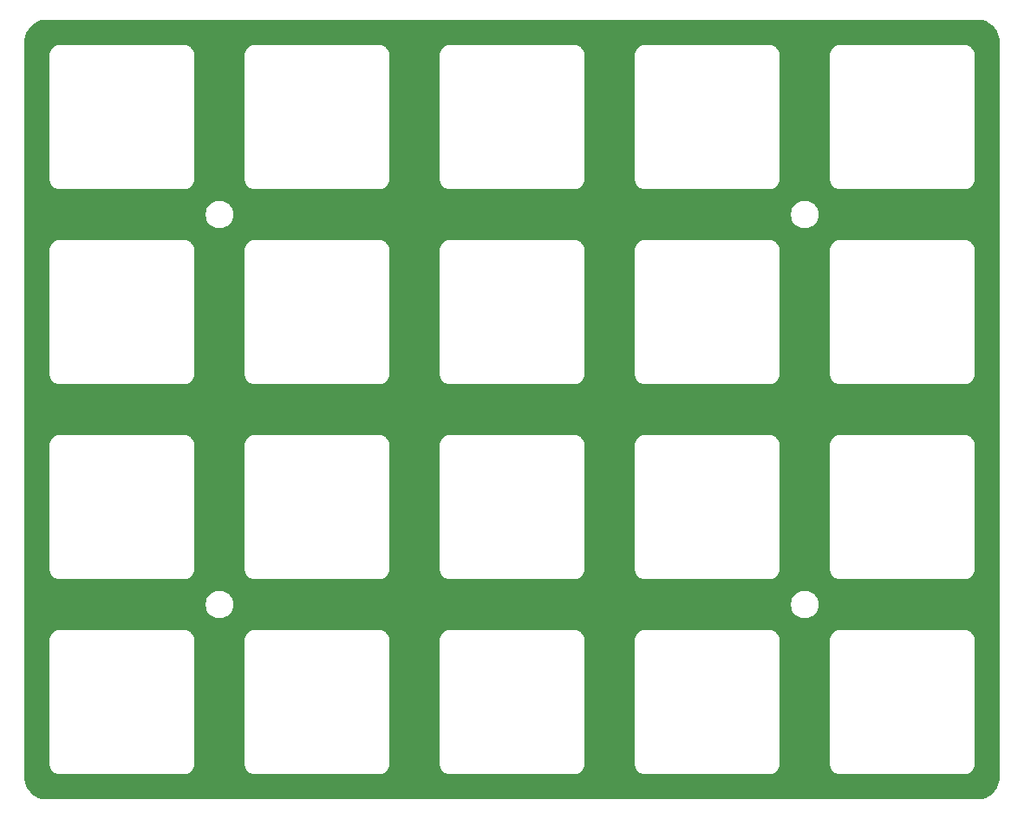
<source format=gbr>
%TF.GenerationSoftware,KiCad,Pcbnew,9.0.5-9.0.5~ubuntu24.04.1*%
%TF.CreationDate,2025-11-01T13:33:11+08:00*%
%TF.ProjectId,TPS2,54505332-2e6b-4696-9361-645f70636258,rev?*%
%TF.SameCoordinates,Original*%
%TF.FileFunction,Copper,L2,Bot*%
%TF.FilePolarity,Positive*%
%FSLAX46Y46*%
G04 Gerber Fmt 4.6, Leading zero omitted, Abs format (unit mm)*
G04 Created by KiCad (PCBNEW 9.0.5-9.0.5~ubuntu24.04.1) date 2025-11-01 13:33:11*
%MOMM*%
%LPD*%
G01*
G04 APERTURE LIST*
G04 APERTURE END LIST*
%TA.AperFunction,NonConductor*%
G36*
X181178412Y-29000636D02*
G01*
X181412005Y-29014764D01*
X181420655Y-29015594D01*
X181469080Y-29021969D01*
X181475174Y-29022927D01*
X181680020Y-29060465D01*
X181689733Y-29062653D01*
X181729978Y-29073436D01*
X181734681Y-29074798D01*
X181941233Y-29139160D01*
X181951763Y-29142973D01*
X181971464Y-29151133D01*
X181975946Y-29152990D01*
X181979380Y-29154473D01*
X182190007Y-29249267D01*
X182203265Y-29256226D01*
X182417720Y-29385867D01*
X182430044Y-29394373D01*
X182627319Y-29548927D01*
X182638527Y-29558856D01*
X182815735Y-29736062D01*
X182825665Y-29747271D01*
X182980211Y-29944534D01*
X182980217Y-29944541D01*
X182988723Y-29956864D01*
X183118370Y-30171327D01*
X183125329Y-30184586D01*
X183220127Y-30395218D01*
X183221599Y-30398626D01*
X183227013Y-30411699D01*
X183231614Y-30422806D01*
X183235436Y-30433364D01*
X183299774Y-30639834D01*
X183301163Y-30644628D01*
X183311942Y-30684852D01*
X183314137Y-30694597D01*
X183351663Y-30899376D01*
X183352633Y-30905544D01*
X183358999Y-30953904D01*
X183359834Y-30962600D01*
X183373950Y-31195959D01*
X183374176Y-31203446D01*
X183374176Y-102996158D01*
X183373950Y-103003646D01*
X183359778Y-103237897D01*
X183358943Y-103246594D01*
X183352790Y-103293330D01*
X183351820Y-103299497D01*
X183314010Y-103505817D01*
X183311815Y-103515563D01*
X183301504Y-103554038D01*
X183300115Y-103558830D01*
X183235265Y-103766942D01*
X183231439Y-103777509D01*
X183222235Y-103799727D01*
X183220751Y-103803162D01*
X183125310Y-104015221D01*
X183118351Y-104028480D01*
X182988704Y-104242938D01*
X182980198Y-104255261D01*
X182825647Y-104452528D01*
X182815717Y-104463736D01*
X182638506Y-104640944D01*
X182627298Y-104650873D01*
X182430034Y-104805417D01*
X182417711Y-104813923D01*
X182203248Y-104943569D01*
X182189988Y-104950528D01*
X181977928Y-105045964D01*
X181974491Y-105047449D01*
X181952280Y-105056649D01*
X181941717Y-105060474D01*
X181733594Y-105125325D01*
X181728799Y-105126714D01*
X181690322Y-105137024D01*
X181680578Y-105139218D01*
X181474271Y-105177023D01*
X181468105Y-105177993D01*
X181421358Y-105184147D01*
X181412660Y-105184982D01*
X181177832Y-105199185D01*
X181170346Y-105199411D01*
X90328428Y-105199411D01*
X90320940Y-105199185D01*
X90088450Y-105185119D01*
X90079750Y-105184284D01*
X90028822Y-105177578D01*
X90022658Y-105176608D01*
X89820283Y-105139520D01*
X89810541Y-105137326D01*
X89767612Y-105125823D01*
X89762815Y-105124433D01*
X89558939Y-105060901D01*
X89548376Y-105057076D01*
X89521140Y-105045794D01*
X89517702Y-105044309D01*
X89309367Y-104950543D01*
X89296109Y-104943585D01*
X89081644Y-104813935D01*
X89069320Y-104805428D01*
X88872050Y-104650875D01*
X88860843Y-104640946D01*
X88683645Y-104463748D01*
X88673715Y-104452540D01*
X88519162Y-104255267D01*
X88510660Y-104242950D01*
X88381007Y-104028478D01*
X88374054Y-104015230D01*
X88280259Y-103806826D01*
X88278796Y-103803437D01*
X88267516Y-103776204D01*
X88263697Y-103765657D01*
X88200144Y-103561713D01*
X88198789Y-103557036D01*
X88187264Y-103514022D01*
X88185080Y-103504325D01*
X88147980Y-103301882D01*
X88147021Y-103295786D01*
X88140312Y-103244826D01*
X88139480Y-103236157D01*
X88125401Y-103003429D01*
X88125176Y-102995948D01*
X88125176Y-89537397D01*
X90599195Y-89537397D01*
X90599195Y-89537398D01*
X90599198Y-89624933D01*
X90599198Y-101749730D01*
X90599210Y-101749789D01*
X90599210Y-101812425D01*
X90629607Y-101984824D01*
X90636305Y-102003228D01*
X90636304Y-102003228D01*
X90639548Y-102012141D01*
X90640300Y-102015921D01*
X90645442Y-102028335D01*
X90646365Y-102030871D01*
X90646377Y-102030901D01*
X90670375Y-102096836D01*
X90689481Y-102149330D01*
X90689485Y-102149339D01*
X90706925Y-102179546D01*
X90706926Y-102179547D01*
X90710991Y-102186588D01*
X90715511Y-102197500D01*
X90728600Y-102217090D01*
X90730633Y-102220611D01*
X90730633Y-102220614D01*
X90777006Y-102300935D01*
X90777006Y-102300936D01*
X90810044Y-102340311D01*
X90814401Y-102345504D01*
X90824700Y-102360917D01*
X90841076Y-102377293D01*
X90889530Y-102435039D01*
X90889540Y-102435051D01*
X90943151Y-102480036D01*
X90947296Y-102483514D01*
X90963673Y-102499891D01*
X90979083Y-102510187D01*
X91008994Y-102535285D01*
X91023631Y-102547568D01*
X91023646Y-102547580D01*
X91107492Y-102595989D01*
X91127089Y-102609083D01*
X91137998Y-102613602D01*
X91145016Y-102617654D01*
X91145034Y-102617664D01*
X91145033Y-102617664D01*
X91169085Y-102631550D01*
X91175256Y-102635113D01*
X91296235Y-102679146D01*
X91308666Y-102684296D01*
X91312450Y-102685048D01*
X91339691Y-102694963D01*
X91339765Y-102694990D01*
X91420225Y-102709177D01*
X91512166Y-102725389D01*
X91512168Y-102725389D01*
X103724912Y-102725389D01*
X103725078Y-102725355D01*
X103787186Y-102725358D01*
X103959590Y-102694966D01*
X103986902Y-102685026D01*
X103990686Y-102684274D01*
X104003095Y-102679132D01*
X104124098Y-102635096D01*
X104161360Y-102613583D01*
X104172266Y-102609068D01*
X104191860Y-102595975D01*
X104275709Y-102547568D01*
X104320270Y-102510177D01*
X104335684Y-102499881D01*
X104352052Y-102483511D01*
X104409818Y-102435043D01*
X104458282Y-102377286D01*
X104474659Y-102360911D01*
X104484959Y-102345495D01*
X104522348Y-102300938D01*
X104570759Y-102217088D01*
X104583852Y-102197497D01*
X104588371Y-102186585D01*
X104609881Y-102149330D01*
X104653920Y-102028335D01*
X104659064Y-102015920D01*
X104659815Y-102012139D01*
X104669757Y-101984824D01*
X104700155Y-101812421D01*
X104700154Y-101724889D01*
X104700154Y-101724389D01*
X104700154Y-89676270D01*
X104700160Y-89624933D01*
X104700167Y-89624933D01*
X104700170Y-89537399D01*
X104700170Y-89537397D01*
X109649195Y-89537397D01*
X109649195Y-89537398D01*
X109649198Y-89624933D01*
X109649198Y-101749730D01*
X109649210Y-101749789D01*
X109649210Y-101812425D01*
X109679607Y-101984824D01*
X109686305Y-102003228D01*
X109686304Y-102003228D01*
X109689548Y-102012141D01*
X109690300Y-102015921D01*
X109695442Y-102028335D01*
X109696365Y-102030871D01*
X109696377Y-102030901D01*
X109720375Y-102096836D01*
X109739481Y-102149330D01*
X109739485Y-102149339D01*
X109756925Y-102179546D01*
X109756926Y-102179547D01*
X109760991Y-102186588D01*
X109765511Y-102197500D01*
X109778600Y-102217090D01*
X109780633Y-102220611D01*
X109780633Y-102220614D01*
X109827006Y-102300935D01*
X109827006Y-102300936D01*
X109860044Y-102340311D01*
X109864401Y-102345504D01*
X109874700Y-102360917D01*
X109891076Y-102377293D01*
X109939530Y-102435039D01*
X109939540Y-102435051D01*
X109993151Y-102480036D01*
X109997296Y-102483514D01*
X110013673Y-102499891D01*
X110029083Y-102510187D01*
X110058994Y-102535285D01*
X110073631Y-102547568D01*
X110073646Y-102547580D01*
X110157492Y-102595989D01*
X110177089Y-102609083D01*
X110187998Y-102613602D01*
X110195016Y-102617654D01*
X110195034Y-102617664D01*
X110195033Y-102617664D01*
X110219085Y-102631550D01*
X110225256Y-102635113D01*
X110346235Y-102679146D01*
X110358666Y-102684296D01*
X110362450Y-102685048D01*
X110389691Y-102694963D01*
X110389765Y-102694990D01*
X110470225Y-102709177D01*
X110562166Y-102725389D01*
X110562168Y-102725389D01*
X122774912Y-102725389D01*
X122775078Y-102725355D01*
X122837186Y-102725358D01*
X123009590Y-102694966D01*
X123036902Y-102685026D01*
X123040686Y-102684274D01*
X123053095Y-102679132D01*
X123174098Y-102635096D01*
X123211360Y-102613583D01*
X123222266Y-102609068D01*
X123241860Y-102595975D01*
X123325709Y-102547568D01*
X123370270Y-102510177D01*
X123385684Y-102499881D01*
X123402052Y-102483511D01*
X123459818Y-102435043D01*
X123508282Y-102377286D01*
X123524659Y-102360911D01*
X123534959Y-102345495D01*
X123572348Y-102300938D01*
X123620759Y-102217088D01*
X123633852Y-102197497D01*
X123638371Y-102186585D01*
X123659881Y-102149330D01*
X123703920Y-102028335D01*
X123709064Y-102015920D01*
X123709815Y-102012139D01*
X123719757Y-101984824D01*
X123750155Y-101812421D01*
X123750154Y-101724889D01*
X123750154Y-101724389D01*
X123750154Y-89676270D01*
X123750160Y-89624933D01*
X123750167Y-89624933D01*
X123750170Y-89537399D01*
X123750170Y-89537397D01*
X128699195Y-89537397D01*
X128699195Y-89537398D01*
X128699198Y-89624933D01*
X128699198Y-101749730D01*
X128699210Y-101749789D01*
X128699210Y-101812425D01*
X128729607Y-101984824D01*
X128736305Y-102003228D01*
X128736304Y-102003228D01*
X128739548Y-102012141D01*
X128740300Y-102015921D01*
X128745442Y-102028335D01*
X128746365Y-102030871D01*
X128746377Y-102030901D01*
X128770375Y-102096836D01*
X128789481Y-102149330D01*
X128789485Y-102149339D01*
X128806925Y-102179546D01*
X128806926Y-102179547D01*
X128810991Y-102186588D01*
X128815511Y-102197500D01*
X128828600Y-102217090D01*
X128830633Y-102220611D01*
X128830633Y-102220614D01*
X128877006Y-102300935D01*
X128877006Y-102300936D01*
X128910044Y-102340311D01*
X128914401Y-102345504D01*
X128924700Y-102360917D01*
X128941076Y-102377293D01*
X128989530Y-102435039D01*
X128989540Y-102435051D01*
X129043151Y-102480036D01*
X129047296Y-102483514D01*
X129063673Y-102499891D01*
X129079083Y-102510187D01*
X129108994Y-102535285D01*
X129123631Y-102547568D01*
X129123646Y-102547580D01*
X129207492Y-102595989D01*
X129227089Y-102609083D01*
X129237998Y-102613602D01*
X129245016Y-102617654D01*
X129245034Y-102617664D01*
X129245033Y-102617664D01*
X129269085Y-102631550D01*
X129275256Y-102635113D01*
X129396235Y-102679146D01*
X129408666Y-102684296D01*
X129412450Y-102685048D01*
X129439691Y-102694963D01*
X129439765Y-102694990D01*
X129520225Y-102709177D01*
X129612166Y-102725389D01*
X129612168Y-102725389D01*
X141824912Y-102725389D01*
X141825078Y-102725355D01*
X141887186Y-102725358D01*
X142059590Y-102694966D01*
X142086902Y-102685026D01*
X142090686Y-102684274D01*
X142103095Y-102679132D01*
X142224098Y-102635096D01*
X142261360Y-102613583D01*
X142272266Y-102609068D01*
X142291860Y-102595975D01*
X142375709Y-102547568D01*
X142420270Y-102510177D01*
X142435684Y-102499881D01*
X142452052Y-102483511D01*
X142509818Y-102435043D01*
X142558282Y-102377286D01*
X142574659Y-102360911D01*
X142584959Y-102345495D01*
X142622348Y-102300938D01*
X142670759Y-102217088D01*
X142683852Y-102197497D01*
X142688371Y-102186585D01*
X142709881Y-102149330D01*
X142753920Y-102028335D01*
X142759064Y-102015920D01*
X142759815Y-102012139D01*
X142769757Y-101984824D01*
X142800155Y-101812421D01*
X142800154Y-101724889D01*
X142800154Y-101724389D01*
X142800154Y-89676270D01*
X142800160Y-89624933D01*
X142800167Y-89624933D01*
X142800170Y-89537399D01*
X142800170Y-89537397D01*
X147749195Y-89537397D01*
X147749195Y-89537398D01*
X147749198Y-89624933D01*
X147749198Y-101749730D01*
X147749210Y-101749789D01*
X147749210Y-101812425D01*
X147779607Y-101984824D01*
X147786305Y-102003228D01*
X147786304Y-102003228D01*
X147789548Y-102012141D01*
X147790300Y-102015921D01*
X147795442Y-102028335D01*
X147796365Y-102030871D01*
X147796377Y-102030901D01*
X147820375Y-102096836D01*
X147839481Y-102149330D01*
X147839485Y-102149339D01*
X147856925Y-102179546D01*
X147856926Y-102179547D01*
X147860991Y-102186588D01*
X147865511Y-102197500D01*
X147878600Y-102217090D01*
X147880633Y-102220611D01*
X147880633Y-102220614D01*
X147927006Y-102300935D01*
X147927006Y-102300936D01*
X147960044Y-102340311D01*
X147964401Y-102345504D01*
X147974700Y-102360917D01*
X147991076Y-102377293D01*
X148039530Y-102435039D01*
X148039540Y-102435051D01*
X148093151Y-102480036D01*
X148097296Y-102483514D01*
X148113673Y-102499891D01*
X148129083Y-102510187D01*
X148158994Y-102535285D01*
X148173631Y-102547568D01*
X148173646Y-102547580D01*
X148257492Y-102595989D01*
X148277089Y-102609083D01*
X148287998Y-102613602D01*
X148295016Y-102617654D01*
X148295034Y-102617664D01*
X148295033Y-102617664D01*
X148319085Y-102631550D01*
X148325256Y-102635113D01*
X148446235Y-102679146D01*
X148458666Y-102684296D01*
X148462450Y-102685048D01*
X148489691Y-102694963D01*
X148489765Y-102694990D01*
X148570225Y-102709177D01*
X148662166Y-102725389D01*
X148662168Y-102725389D01*
X160874912Y-102725389D01*
X160875078Y-102725355D01*
X160937186Y-102725358D01*
X161109590Y-102694966D01*
X161136902Y-102685026D01*
X161140686Y-102684274D01*
X161153095Y-102679132D01*
X161274098Y-102635096D01*
X161311360Y-102613583D01*
X161322266Y-102609068D01*
X161341860Y-102595975D01*
X161425709Y-102547568D01*
X161470270Y-102510177D01*
X161485684Y-102499881D01*
X161502052Y-102483511D01*
X161559818Y-102435043D01*
X161608282Y-102377286D01*
X161624659Y-102360911D01*
X161634959Y-102345495D01*
X161672348Y-102300938D01*
X161720759Y-102217088D01*
X161733852Y-102197497D01*
X161738371Y-102186585D01*
X161759881Y-102149330D01*
X161803920Y-102028335D01*
X161809064Y-102015920D01*
X161809815Y-102012139D01*
X161819757Y-101984824D01*
X161850155Y-101812421D01*
X161850154Y-101724889D01*
X161850154Y-101724389D01*
X161850154Y-89676270D01*
X161850160Y-89624933D01*
X161850167Y-89624933D01*
X161850170Y-89537399D01*
X161850170Y-89537397D01*
X166799195Y-89537397D01*
X166799195Y-89537398D01*
X166799198Y-89624933D01*
X166799198Y-101749730D01*
X166799210Y-101749789D01*
X166799210Y-101812425D01*
X166829607Y-101984824D01*
X166836305Y-102003228D01*
X166836304Y-102003228D01*
X166839548Y-102012141D01*
X166840300Y-102015921D01*
X166845442Y-102028335D01*
X166846365Y-102030871D01*
X166846377Y-102030901D01*
X166870375Y-102096836D01*
X166889481Y-102149330D01*
X166889485Y-102149339D01*
X166906925Y-102179546D01*
X166906926Y-102179547D01*
X166910991Y-102186588D01*
X166915511Y-102197500D01*
X166928600Y-102217090D01*
X166930633Y-102220611D01*
X166930633Y-102220614D01*
X166977006Y-102300935D01*
X166977006Y-102300936D01*
X167010044Y-102340311D01*
X167014401Y-102345504D01*
X167024700Y-102360917D01*
X167041076Y-102377293D01*
X167089530Y-102435039D01*
X167089540Y-102435051D01*
X167143151Y-102480036D01*
X167147296Y-102483514D01*
X167163673Y-102499891D01*
X167179083Y-102510187D01*
X167208994Y-102535285D01*
X167223631Y-102547568D01*
X167223646Y-102547580D01*
X167307492Y-102595989D01*
X167327089Y-102609083D01*
X167337998Y-102613602D01*
X167345016Y-102617654D01*
X167345034Y-102617664D01*
X167345033Y-102617664D01*
X167369085Y-102631550D01*
X167375256Y-102635113D01*
X167496235Y-102679146D01*
X167508666Y-102684296D01*
X167512450Y-102685048D01*
X167539691Y-102694963D01*
X167539765Y-102694990D01*
X167620225Y-102709177D01*
X167712166Y-102725389D01*
X167712168Y-102725389D01*
X179924912Y-102725389D01*
X179925078Y-102725355D01*
X179987186Y-102725358D01*
X180159590Y-102694966D01*
X180186902Y-102685026D01*
X180190686Y-102684274D01*
X180203095Y-102679132D01*
X180324098Y-102635096D01*
X180361360Y-102613583D01*
X180372266Y-102609068D01*
X180391860Y-102595975D01*
X180475709Y-102547568D01*
X180520270Y-102510177D01*
X180535684Y-102499881D01*
X180552052Y-102483511D01*
X180609818Y-102435043D01*
X180658282Y-102377286D01*
X180674659Y-102360911D01*
X180684959Y-102345495D01*
X180722348Y-102300938D01*
X180770759Y-102217088D01*
X180783852Y-102197497D01*
X180788371Y-102186585D01*
X180809881Y-102149330D01*
X180853920Y-102028335D01*
X180859064Y-102015920D01*
X180859815Y-102012139D01*
X180869757Y-101984824D01*
X180900155Y-101812421D01*
X180900154Y-101724889D01*
X180900154Y-101724389D01*
X180900154Y-89676308D01*
X180900165Y-89676270D01*
X180900166Y-89624933D01*
X180900167Y-89624933D01*
X180900170Y-89537399D01*
X180869774Y-89364990D01*
X180869773Y-89364987D01*
X180869773Y-89364985D01*
X180863084Y-89346609D01*
X180859834Y-89337679D01*
X180859082Y-89333894D01*
X180853932Y-89321462D01*
X180809900Y-89200479D01*
X180788385Y-89163213D01*
X180783870Y-89152311D01*
X180770783Y-89132726D01*
X180722367Y-89048865D01*
X180722364Y-89048861D01*
X180689325Y-89009487D01*
X180689325Y-89009488D01*
X180684970Y-89004297D01*
X180674677Y-88988891D01*
X180658306Y-88972521D01*
X180609835Y-88914756D01*
X180556217Y-88869766D01*
X180552073Y-88866288D01*
X180535699Y-88849915D01*
X180520287Y-88839617D01*
X180515106Y-88835270D01*
X180515101Y-88835266D01*
X180498487Y-88821326D01*
X180475724Y-88802226D01*
X180475721Y-88802224D01*
X180475720Y-88802223D01*
X180395397Y-88755851D01*
X180391874Y-88753817D01*
X180372278Y-88740724D01*
X180361368Y-88736205D01*
X180354325Y-88732139D01*
X180354323Y-88732137D01*
X180324116Y-88714698D01*
X180324111Y-88714696D01*
X180324109Y-88714695D01*
X180283034Y-88699746D01*
X180205676Y-88671592D01*
X180205676Y-88671591D01*
X180203102Y-88670654D01*
X180190694Y-88665515D01*
X180186916Y-88664763D01*
X180178012Y-88661523D01*
X180178007Y-88661522D01*
X180159596Y-88654822D01*
X179987189Y-88624429D01*
X179987188Y-88624429D01*
X179943421Y-88624431D01*
X179899653Y-88624433D01*
X167851095Y-88624433D01*
X167850976Y-88624398D01*
X167799698Y-88624398D01*
X167712164Y-88624398D01*
X167712163Y-88624398D01*
X167539751Y-88654799D01*
X167521343Y-88661499D01*
X167512430Y-88664742D01*
X167508659Y-88665493D01*
X167496272Y-88670623D01*
X167493700Y-88671560D01*
X167493686Y-88671566D01*
X167375250Y-88714675D01*
X167375239Y-88714681D01*
X167345028Y-88732121D01*
X167345029Y-88732122D01*
X167337981Y-88736190D01*
X167327076Y-88740708D01*
X167307499Y-88753789D01*
X167303968Y-88755828D01*
X167303956Y-88755837D01*
X167223632Y-88802214D01*
X167184254Y-88835255D01*
X167184253Y-88835254D01*
X167179049Y-88839619D01*
X167163658Y-88849905D01*
X167147308Y-88866254D01*
X167143141Y-88869752D01*
X167143135Y-88869759D01*
X167089521Y-88914749D01*
X167044540Y-88968356D01*
X167044541Y-88968357D01*
X167041055Y-88972511D01*
X167024682Y-88988885D01*
X167014384Y-89004297D01*
X167010029Y-89009488D01*
X167010027Y-89009488D01*
X166976997Y-89048856D01*
X166976992Y-89048864D01*
X166930617Y-89129186D01*
X166930618Y-89129187D01*
X166928574Y-89132726D01*
X166915492Y-89152307D01*
X166910974Y-89163213D01*
X166906909Y-89170256D01*
X166906908Y-89170258D01*
X166889464Y-89200474D01*
X166846359Y-89318907D01*
X166845420Y-89321486D01*
X166840282Y-89333892D01*
X166839531Y-89337667D01*
X166836287Y-89346581D01*
X166836287Y-89346585D01*
X166829590Y-89364988D01*
X166799195Y-89537397D01*
X161850170Y-89537397D01*
X161819774Y-89364990D01*
X161819773Y-89364987D01*
X161819773Y-89364985D01*
X161813084Y-89346609D01*
X161809834Y-89337679D01*
X161809082Y-89333894D01*
X161803932Y-89321462D01*
X161759900Y-89200479D01*
X161738385Y-89163213D01*
X161733870Y-89152311D01*
X161720783Y-89132726D01*
X161672367Y-89048865D01*
X161672364Y-89048861D01*
X161639325Y-89009487D01*
X161639325Y-89009488D01*
X161634970Y-89004297D01*
X161624677Y-88988891D01*
X161608306Y-88972521D01*
X161559835Y-88914756D01*
X161506217Y-88869766D01*
X161502073Y-88866288D01*
X161485699Y-88849915D01*
X161470287Y-88839617D01*
X161465106Y-88835270D01*
X161465101Y-88835266D01*
X161448487Y-88821326D01*
X161425724Y-88802226D01*
X161425721Y-88802224D01*
X161425720Y-88802223D01*
X161345397Y-88755851D01*
X161341874Y-88753817D01*
X161322278Y-88740724D01*
X161311368Y-88736205D01*
X161304325Y-88732139D01*
X161304323Y-88732137D01*
X161274116Y-88714698D01*
X161274111Y-88714696D01*
X161274109Y-88714695D01*
X161233034Y-88699746D01*
X161155676Y-88671592D01*
X161155676Y-88671591D01*
X161153102Y-88670654D01*
X161140694Y-88665515D01*
X161136916Y-88664763D01*
X161128012Y-88661523D01*
X161128007Y-88661522D01*
X161109596Y-88654822D01*
X160937189Y-88624429D01*
X160937188Y-88624429D01*
X160893421Y-88624431D01*
X160849653Y-88624433D01*
X148801095Y-88624433D01*
X148800976Y-88624398D01*
X148749698Y-88624398D01*
X148662164Y-88624398D01*
X148662163Y-88624398D01*
X148489751Y-88654799D01*
X148471343Y-88661499D01*
X148462430Y-88664742D01*
X148458659Y-88665493D01*
X148446272Y-88670623D01*
X148443700Y-88671560D01*
X148443686Y-88671566D01*
X148325250Y-88714675D01*
X148325239Y-88714681D01*
X148295028Y-88732121D01*
X148295029Y-88732122D01*
X148287981Y-88736190D01*
X148277076Y-88740708D01*
X148257499Y-88753789D01*
X148253968Y-88755828D01*
X148253956Y-88755837D01*
X148173632Y-88802214D01*
X148134254Y-88835255D01*
X148134253Y-88835254D01*
X148129049Y-88839619D01*
X148113658Y-88849905D01*
X148097308Y-88866254D01*
X148093141Y-88869752D01*
X148093135Y-88869759D01*
X148039521Y-88914749D01*
X147994540Y-88968356D01*
X147994541Y-88968357D01*
X147991055Y-88972511D01*
X147974682Y-88988885D01*
X147964384Y-89004297D01*
X147960029Y-89009488D01*
X147960027Y-89009488D01*
X147926997Y-89048856D01*
X147926992Y-89048864D01*
X147880617Y-89129186D01*
X147880618Y-89129187D01*
X147878574Y-89132726D01*
X147865492Y-89152307D01*
X147860974Y-89163213D01*
X147856909Y-89170256D01*
X147856908Y-89170258D01*
X147839464Y-89200474D01*
X147796359Y-89318907D01*
X147795420Y-89321486D01*
X147790282Y-89333892D01*
X147789531Y-89337667D01*
X147786287Y-89346581D01*
X147786287Y-89346585D01*
X147779590Y-89364988D01*
X147749195Y-89537397D01*
X142800170Y-89537397D01*
X142769774Y-89364990D01*
X142769773Y-89364987D01*
X142769773Y-89364985D01*
X142763084Y-89346609D01*
X142759834Y-89337679D01*
X142759082Y-89333894D01*
X142753932Y-89321462D01*
X142709900Y-89200479D01*
X142688385Y-89163213D01*
X142683870Y-89152311D01*
X142670783Y-89132726D01*
X142622367Y-89048865D01*
X142622364Y-89048861D01*
X142589325Y-89009487D01*
X142589325Y-89009488D01*
X142584970Y-89004297D01*
X142574677Y-88988891D01*
X142558306Y-88972521D01*
X142509835Y-88914756D01*
X142456217Y-88869766D01*
X142452073Y-88866288D01*
X142435699Y-88849915D01*
X142420287Y-88839617D01*
X142415106Y-88835270D01*
X142415101Y-88835266D01*
X142398487Y-88821326D01*
X142375724Y-88802226D01*
X142375721Y-88802224D01*
X142375720Y-88802223D01*
X142295397Y-88755851D01*
X142291874Y-88753817D01*
X142272278Y-88740724D01*
X142261368Y-88736205D01*
X142254325Y-88732139D01*
X142254323Y-88732137D01*
X142224116Y-88714698D01*
X142224111Y-88714696D01*
X142224109Y-88714695D01*
X142183034Y-88699746D01*
X142105676Y-88671592D01*
X142105676Y-88671591D01*
X142103102Y-88670654D01*
X142090694Y-88665515D01*
X142086916Y-88664763D01*
X142078012Y-88661523D01*
X142078007Y-88661522D01*
X142059596Y-88654822D01*
X141887189Y-88624429D01*
X141887188Y-88624429D01*
X141843421Y-88624431D01*
X141799653Y-88624433D01*
X129751095Y-88624433D01*
X129750976Y-88624398D01*
X129699698Y-88624398D01*
X129612164Y-88624398D01*
X129612163Y-88624398D01*
X129439751Y-88654799D01*
X129421343Y-88661499D01*
X129412430Y-88664742D01*
X129408659Y-88665493D01*
X129396272Y-88670623D01*
X129393700Y-88671560D01*
X129393686Y-88671566D01*
X129275250Y-88714675D01*
X129275239Y-88714681D01*
X129245028Y-88732121D01*
X129245029Y-88732122D01*
X129237981Y-88736190D01*
X129227076Y-88740708D01*
X129207499Y-88753789D01*
X129203968Y-88755828D01*
X129203956Y-88755837D01*
X129123632Y-88802214D01*
X129084254Y-88835255D01*
X129084253Y-88835254D01*
X129079049Y-88839619D01*
X129063658Y-88849905D01*
X129047308Y-88866254D01*
X129043141Y-88869752D01*
X129043135Y-88869759D01*
X128989521Y-88914749D01*
X128944540Y-88968356D01*
X128944541Y-88968357D01*
X128941055Y-88972511D01*
X128924682Y-88988885D01*
X128914384Y-89004297D01*
X128910029Y-89009488D01*
X128910027Y-89009488D01*
X128876997Y-89048856D01*
X128876992Y-89048864D01*
X128830617Y-89129186D01*
X128830618Y-89129187D01*
X128828574Y-89132726D01*
X128815492Y-89152307D01*
X128810974Y-89163213D01*
X128806909Y-89170256D01*
X128806908Y-89170258D01*
X128789464Y-89200474D01*
X128746359Y-89318907D01*
X128745420Y-89321486D01*
X128740282Y-89333892D01*
X128739531Y-89337667D01*
X128736287Y-89346581D01*
X128736287Y-89346585D01*
X128729590Y-89364988D01*
X128699195Y-89537397D01*
X123750170Y-89537397D01*
X123719774Y-89364990D01*
X123719773Y-89364987D01*
X123719773Y-89364985D01*
X123713084Y-89346609D01*
X123709834Y-89337679D01*
X123709082Y-89333894D01*
X123703932Y-89321462D01*
X123659900Y-89200479D01*
X123638385Y-89163213D01*
X123633870Y-89152311D01*
X123620783Y-89132726D01*
X123572367Y-89048865D01*
X123572364Y-89048861D01*
X123539325Y-89009487D01*
X123539325Y-89009488D01*
X123534970Y-89004297D01*
X123524677Y-88988891D01*
X123508306Y-88972521D01*
X123459835Y-88914756D01*
X123406217Y-88869766D01*
X123402073Y-88866288D01*
X123385699Y-88849915D01*
X123370287Y-88839617D01*
X123365106Y-88835270D01*
X123365101Y-88835266D01*
X123348487Y-88821326D01*
X123325724Y-88802226D01*
X123325721Y-88802224D01*
X123325720Y-88802223D01*
X123245397Y-88755851D01*
X123241874Y-88753817D01*
X123222278Y-88740724D01*
X123211368Y-88736205D01*
X123204325Y-88732139D01*
X123204323Y-88732137D01*
X123174116Y-88714698D01*
X123174111Y-88714696D01*
X123174109Y-88714695D01*
X123133034Y-88699746D01*
X123055676Y-88671592D01*
X123055676Y-88671591D01*
X123053102Y-88670654D01*
X123040694Y-88665515D01*
X123036916Y-88664763D01*
X123028012Y-88661523D01*
X123028007Y-88661522D01*
X123009596Y-88654822D01*
X122837189Y-88624429D01*
X122837188Y-88624429D01*
X122793421Y-88624431D01*
X122749653Y-88624433D01*
X110701095Y-88624433D01*
X110700976Y-88624398D01*
X110649698Y-88624398D01*
X110562164Y-88624398D01*
X110562163Y-88624398D01*
X110389751Y-88654799D01*
X110371343Y-88661499D01*
X110362430Y-88664742D01*
X110358659Y-88665493D01*
X110346272Y-88670623D01*
X110343700Y-88671560D01*
X110343686Y-88671566D01*
X110225250Y-88714675D01*
X110225239Y-88714681D01*
X110195028Y-88732121D01*
X110195029Y-88732122D01*
X110187981Y-88736190D01*
X110177076Y-88740708D01*
X110157499Y-88753789D01*
X110153968Y-88755828D01*
X110153956Y-88755837D01*
X110073632Y-88802214D01*
X110034254Y-88835255D01*
X110034253Y-88835254D01*
X110029049Y-88839619D01*
X110013658Y-88849905D01*
X109997308Y-88866254D01*
X109993141Y-88869752D01*
X109993135Y-88869759D01*
X109939521Y-88914749D01*
X109894540Y-88968356D01*
X109894541Y-88968357D01*
X109891055Y-88972511D01*
X109874682Y-88988885D01*
X109864384Y-89004297D01*
X109860029Y-89009488D01*
X109860027Y-89009488D01*
X109826997Y-89048856D01*
X109826992Y-89048864D01*
X109780617Y-89129186D01*
X109780618Y-89129187D01*
X109778574Y-89132726D01*
X109765492Y-89152307D01*
X109760974Y-89163213D01*
X109756909Y-89170256D01*
X109756908Y-89170258D01*
X109739464Y-89200474D01*
X109696359Y-89318907D01*
X109695420Y-89321486D01*
X109690282Y-89333892D01*
X109689531Y-89337667D01*
X109686287Y-89346581D01*
X109686287Y-89346585D01*
X109679590Y-89364988D01*
X109649195Y-89537397D01*
X104700170Y-89537397D01*
X104669774Y-89364990D01*
X104669773Y-89364987D01*
X104669773Y-89364985D01*
X104663084Y-89346609D01*
X104659834Y-89337679D01*
X104659082Y-89333894D01*
X104653932Y-89321462D01*
X104609900Y-89200479D01*
X104588385Y-89163213D01*
X104583870Y-89152311D01*
X104570783Y-89132726D01*
X104522367Y-89048865D01*
X104522364Y-89048861D01*
X104489325Y-89009487D01*
X104489325Y-89009488D01*
X104484970Y-89004297D01*
X104474677Y-88988891D01*
X104458306Y-88972521D01*
X104409835Y-88914756D01*
X104356217Y-88869766D01*
X104352073Y-88866288D01*
X104335699Y-88849915D01*
X104320287Y-88839617D01*
X104315106Y-88835270D01*
X104315101Y-88835266D01*
X104298487Y-88821326D01*
X104275724Y-88802226D01*
X104275721Y-88802224D01*
X104275720Y-88802223D01*
X104195397Y-88755851D01*
X104191874Y-88753817D01*
X104172278Y-88740724D01*
X104161368Y-88736205D01*
X104154325Y-88732139D01*
X104154323Y-88732137D01*
X104124116Y-88714698D01*
X104124111Y-88714696D01*
X104124109Y-88714695D01*
X104083034Y-88699746D01*
X104005676Y-88671592D01*
X104005676Y-88671591D01*
X104003102Y-88670654D01*
X103990694Y-88665515D01*
X103986916Y-88664763D01*
X103978012Y-88661523D01*
X103978007Y-88661522D01*
X103959596Y-88654822D01*
X103787189Y-88624429D01*
X103787188Y-88624429D01*
X103743421Y-88624431D01*
X103699653Y-88624433D01*
X91651095Y-88624433D01*
X91650976Y-88624398D01*
X91599698Y-88624398D01*
X91512164Y-88624398D01*
X91512163Y-88624398D01*
X91339751Y-88654799D01*
X91321343Y-88661499D01*
X91312430Y-88664742D01*
X91308659Y-88665493D01*
X91296272Y-88670623D01*
X91293700Y-88671560D01*
X91293686Y-88671566D01*
X91175250Y-88714675D01*
X91175239Y-88714681D01*
X91145028Y-88732121D01*
X91145029Y-88732122D01*
X91137981Y-88736190D01*
X91127076Y-88740708D01*
X91107499Y-88753789D01*
X91103968Y-88755828D01*
X91103956Y-88755837D01*
X91023632Y-88802214D01*
X90984254Y-88835255D01*
X90984253Y-88835254D01*
X90979049Y-88839619D01*
X90963658Y-88849905D01*
X90947308Y-88866254D01*
X90943141Y-88869752D01*
X90943135Y-88869759D01*
X90889521Y-88914749D01*
X90844540Y-88968356D01*
X90844541Y-88968357D01*
X90841055Y-88972511D01*
X90824682Y-88988885D01*
X90814384Y-89004297D01*
X90810029Y-89009488D01*
X90810027Y-89009488D01*
X90776997Y-89048856D01*
X90776992Y-89048864D01*
X90730617Y-89129186D01*
X90730618Y-89129187D01*
X90728574Y-89132726D01*
X90715492Y-89152307D01*
X90710974Y-89163213D01*
X90706909Y-89170256D01*
X90706908Y-89170258D01*
X90689464Y-89200474D01*
X90646359Y-89318907D01*
X90645420Y-89321486D01*
X90640282Y-89333892D01*
X90639531Y-89337667D01*
X90636287Y-89346581D01*
X90636287Y-89346585D01*
X90629590Y-89364988D01*
X90599195Y-89537397D01*
X88125176Y-89537397D01*
X88125176Y-86043713D01*
X105824500Y-86043713D01*
X105824500Y-86256286D01*
X105857753Y-86466239D01*
X105923444Y-86668414D01*
X106019951Y-86857820D01*
X106144890Y-87029786D01*
X106295213Y-87180109D01*
X106467179Y-87305048D01*
X106467181Y-87305049D01*
X106467184Y-87305051D01*
X106656588Y-87401557D01*
X106858757Y-87467246D01*
X107068713Y-87500500D01*
X107068714Y-87500500D01*
X107281286Y-87500500D01*
X107281287Y-87500500D01*
X107491243Y-87467246D01*
X107693412Y-87401557D01*
X107882816Y-87305051D01*
X107904789Y-87289086D01*
X108054786Y-87180109D01*
X108054788Y-87180106D01*
X108054792Y-87180104D01*
X108205104Y-87029792D01*
X108205106Y-87029788D01*
X108205109Y-87029786D01*
X108330048Y-86857820D01*
X108330047Y-86857820D01*
X108330051Y-86857816D01*
X108426557Y-86668412D01*
X108492246Y-86466243D01*
X108525500Y-86256287D01*
X108525500Y-86043713D01*
X162974500Y-86043713D01*
X162974500Y-86256286D01*
X163007753Y-86466239D01*
X163073444Y-86668414D01*
X163169951Y-86857820D01*
X163294890Y-87029786D01*
X163445213Y-87180109D01*
X163617179Y-87305048D01*
X163617181Y-87305049D01*
X163617184Y-87305051D01*
X163806588Y-87401557D01*
X164008757Y-87467246D01*
X164218713Y-87500500D01*
X164218714Y-87500500D01*
X164431286Y-87500500D01*
X164431287Y-87500500D01*
X164641243Y-87467246D01*
X164843412Y-87401557D01*
X165032816Y-87305051D01*
X165054789Y-87289086D01*
X165204786Y-87180109D01*
X165204788Y-87180106D01*
X165204792Y-87180104D01*
X165355104Y-87029792D01*
X165355106Y-87029788D01*
X165355109Y-87029786D01*
X165480048Y-86857820D01*
X165480047Y-86857820D01*
X165480051Y-86857816D01*
X165576557Y-86668412D01*
X165642246Y-86466243D01*
X165675500Y-86256287D01*
X165675500Y-86043713D01*
X165642246Y-85833757D01*
X165576557Y-85631588D01*
X165480051Y-85442184D01*
X165480049Y-85442181D01*
X165480048Y-85442179D01*
X165355109Y-85270213D01*
X165204786Y-85119890D01*
X165032820Y-84994951D01*
X164843414Y-84898444D01*
X164843413Y-84898443D01*
X164843412Y-84898443D01*
X164641243Y-84832754D01*
X164641241Y-84832753D01*
X164641240Y-84832753D01*
X164479957Y-84807208D01*
X164431287Y-84799500D01*
X164218713Y-84799500D01*
X164170042Y-84807208D01*
X164008760Y-84832753D01*
X163806585Y-84898444D01*
X163617179Y-84994951D01*
X163445213Y-85119890D01*
X163294890Y-85270213D01*
X163169951Y-85442179D01*
X163073444Y-85631585D01*
X163007753Y-85833760D01*
X162974500Y-86043713D01*
X108525500Y-86043713D01*
X108492246Y-85833757D01*
X108426557Y-85631588D01*
X108330051Y-85442184D01*
X108330049Y-85442181D01*
X108330048Y-85442179D01*
X108205109Y-85270213D01*
X108054786Y-85119890D01*
X107882820Y-84994951D01*
X107693414Y-84898444D01*
X107693413Y-84898443D01*
X107693412Y-84898443D01*
X107491243Y-84832754D01*
X107491241Y-84832753D01*
X107491240Y-84832753D01*
X107329957Y-84807208D01*
X107281287Y-84799500D01*
X107068713Y-84799500D01*
X107020042Y-84807208D01*
X106858760Y-84832753D01*
X106656585Y-84898444D01*
X106467179Y-84994951D01*
X106295213Y-85119890D01*
X106144890Y-85270213D01*
X106019951Y-85442179D01*
X105923444Y-85631585D01*
X105857753Y-85833760D01*
X105824500Y-86043713D01*
X88125176Y-86043713D01*
X88125176Y-70487397D01*
X90599195Y-70487397D01*
X90599195Y-70487398D01*
X90599198Y-70574933D01*
X90599198Y-82699730D01*
X90599210Y-82699789D01*
X90599210Y-82762425D01*
X90629607Y-82934823D01*
X90636273Y-82953137D01*
X90636273Y-82953139D01*
X90639518Y-82962056D01*
X90640288Y-82965925D01*
X90645552Y-82978635D01*
X90646485Y-82981197D01*
X90689477Y-83099322D01*
X90689481Y-83099330D01*
X90689482Y-83099332D01*
X90706921Y-83129539D01*
X90710940Y-83136499D01*
X90715499Y-83147506D01*
X90728699Y-83167262D01*
X90730732Y-83170783D01*
X90730735Y-83170787D01*
X90761730Y-83224474D01*
X90777012Y-83250943D01*
X90809836Y-83290062D01*
X90809969Y-83290220D01*
X90814321Y-83295407D01*
X90824690Y-83310925D01*
X90841170Y-83327405D01*
X90889540Y-83385051D01*
X90947185Y-83433421D01*
X90963665Y-83449901D01*
X90979172Y-83460261D01*
X91023642Y-83497577D01*
X91023650Y-83497583D01*
X91023652Y-83497584D01*
X91074450Y-83526912D01*
X91107331Y-83545896D01*
X91127083Y-83559095D01*
X91138081Y-83563650D01*
X91145117Y-83567713D01*
X91145121Y-83567715D01*
X91175250Y-83585110D01*
X91175253Y-83585111D01*
X91175256Y-83585113D01*
X91293410Y-83628118D01*
X91293409Y-83628118D01*
X91295946Y-83629041D01*
X91308663Y-83634309D01*
X91312534Y-83635079D01*
X91321310Y-83638273D01*
X91339762Y-83644989D01*
X91512166Y-83675389D01*
X91512168Y-83675389D01*
X103724912Y-83675389D01*
X103725078Y-83675355D01*
X103787186Y-83675358D01*
X103959590Y-83644966D01*
X103986688Y-83635103D01*
X103990696Y-83634308D01*
X104003861Y-83628854D01*
X104124098Y-83585096D01*
X104161124Y-83563719D01*
X104172282Y-83559099D01*
X104192315Y-83545712D01*
X104275709Y-83497568D01*
X104320017Y-83460390D01*
X104335706Y-83449909D01*
X104352363Y-83433250D01*
X104409818Y-83385043D01*
X104458032Y-83327584D01*
X104474686Y-83310933D01*
X104485163Y-83295251D01*
X104522348Y-83250938D01*
X104570498Y-83167540D01*
X104583882Y-83147513D01*
X104588499Y-83136362D01*
X104609881Y-83099330D01*
X104653645Y-82979089D01*
X104659097Y-82965930D01*
X104659892Y-82961925D01*
X104669757Y-82934824D01*
X104700155Y-82762421D01*
X104700154Y-82674889D01*
X104700154Y-82674389D01*
X104700154Y-70626270D01*
X104700160Y-70574933D01*
X104700167Y-70574933D01*
X104700170Y-70487399D01*
X104700170Y-70487397D01*
X109649195Y-70487397D01*
X109649195Y-70487398D01*
X109649198Y-70574933D01*
X109649198Y-82699730D01*
X109649210Y-82699789D01*
X109649210Y-82762425D01*
X109679607Y-82934823D01*
X109686273Y-82953137D01*
X109686273Y-82953139D01*
X109689518Y-82962056D01*
X109690288Y-82965925D01*
X109695552Y-82978635D01*
X109696485Y-82981197D01*
X109739477Y-83099322D01*
X109739481Y-83099330D01*
X109739482Y-83099332D01*
X109756921Y-83129539D01*
X109760940Y-83136499D01*
X109765499Y-83147506D01*
X109778699Y-83167262D01*
X109780732Y-83170783D01*
X109780735Y-83170787D01*
X109811730Y-83224474D01*
X109827012Y-83250943D01*
X109859836Y-83290062D01*
X109859969Y-83290220D01*
X109864321Y-83295407D01*
X109874690Y-83310925D01*
X109891170Y-83327405D01*
X109939540Y-83385051D01*
X109997185Y-83433421D01*
X110013665Y-83449901D01*
X110029172Y-83460261D01*
X110073642Y-83497577D01*
X110073650Y-83497583D01*
X110073652Y-83497584D01*
X110124450Y-83526912D01*
X110157331Y-83545896D01*
X110177083Y-83559095D01*
X110188081Y-83563650D01*
X110195117Y-83567713D01*
X110195121Y-83567715D01*
X110225250Y-83585110D01*
X110225253Y-83585111D01*
X110225256Y-83585113D01*
X110343410Y-83628118D01*
X110343409Y-83628118D01*
X110345946Y-83629041D01*
X110358663Y-83634309D01*
X110362534Y-83635079D01*
X110371310Y-83638273D01*
X110389762Y-83644989D01*
X110562166Y-83675389D01*
X110562168Y-83675389D01*
X122774912Y-83675389D01*
X122775078Y-83675355D01*
X122837186Y-83675358D01*
X123009590Y-83644966D01*
X123036688Y-83635103D01*
X123040696Y-83634308D01*
X123053861Y-83628854D01*
X123174098Y-83585096D01*
X123211124Y-83563719D01*
X123222282Y-83559099D01*
X123242315Y-83545712D01*
X123325709Y-83497568D01*
X123370017Y-83460390D01*
X123385706Y-83449909D01*
X123402363Y-83433250D01*
X123459818Y-83385043D01*
X123508032Y-83327584D01*
X123524686Y-83310933D01*
X123535163Y-83295251D01*
X123572348Y-83250938D01*
X123620498Y-83167540D01*
X123633882Y-83147513D01*
X123638499Y-83136362D01*
X123659881Y-83099330D01*
X123703645Y-82979089D01*
X123709097Y-82965930D01*
X123709892Y-82961925D01*
X123719757Y-82934824D01*
X123750155Y-82762421D01*
X123750154Y-82674889D01*
X123750154Y-82674389D01*
X123750154Y-70626270D01*
X123750160Y-70574933D01*
X123750167Y-70574933D01*
X123750170Y-70487399D01*
X123750170Y-70487397D01*
X128699195Y-70487397D01*
X128699195Y-70487398D01*
X128699198Y-70574933D01*
X128699198Y-82699730D01*
X128699210Y-82699789D01*
X128699210Y-82762425D01*
X128729607Y-82934824D01*
X128736305Y-82953228D01*
X128736304Y-82953228D01*
X128739548Y-82962141D01*
X128740300Y-82965921D01*
X128745442Y-82978335D01*
X128746365Y-82980871D01*
X128746377Y-82980901D01*
X128770375Y-83046836D01*
X128789481Y-83099330D01*
X128789485Y-83099339D01*
X128806925Y-83129546D01*
X128806926Y-83129547D01*
X128810991Y-83136588D01*
X128815511Y-83147500D01*
X128828600Y-83167090D01*
X128830633Y-83170611D01*
X128830633Y-83170614D01*
X128877006Y-83250935D01*
X128877006Y-83250936D01*
X128910044Y-83290311D01*
X128914401Y-83295504D01*
X128924700Y-83310917D01*
X128941076Y-83327293D01*
X128989540Y-83385051D01*
X129046964Y-83433236D01*
X129047296Y-83433514D01*
X129063673Y-83449891D01*
X129079083Y-83460187D01*
X129108994Y-83485285D01*
X129123631Y-83497568D01*
X129123646Y-83497580D01*
X129207492Y-83545989D01*
X129227089Y-83559083D01*
X129237998Y-83563602D01*
X129245016Y-83567654D01*
X129245034Y-83567664D01*
X129245033Y-83567664D01*
X129269085Y-83581550D01*
X129275256Y-83585113D01*
X129396235Y-83629146D01*
X129408666Y-83634296D01*
X129412450Y-83635048D01*
X129439699Y-83644966D01*
X129439765Y-83644990D01*
X129520225Y-83659177D01*
X129612166Y-83675389D01*
X129612168Y-83675389D01*
X141824912Y-83675389D01*
X141825078Y-83675355D01*
X141887186Y-83675358D01*
X142059590Y-83644966D01*
X142086902Y-83635026D01*
X142090686Y-83634274D01*
X142103095Y-83629132D01*
X142224098Y-83585096D01*
X142261360Y-83563583D01*
X142272266Y-83559068D01*
X142291860Y-83545975D01*
X142375709Y-83497568D01*
X142420270Y-83460177D01*
X142435684Y-83449881D01*
X142452052Y-83433511D01*
X142509818Y-83385043D01*
X142558282Y-83327286D01*
X142574659Y-83310911D01*
X142584959Y-83295495D01*
X142622348Y-83250938D01*
X142670759Y-83167088D01*
X142683852Y-83147497D01*
X142688371Y-83136585D01*
X142709881Y-83099330D01*
X142753920Y-82978335D01*
X142759064Y-82965920D01*
X142759815Y-82962139D01*
X142769757Y-82934824D01*
X142800155Y-82762421D01*
X142800154Y-82674889D01*
X142800154Y-82674389D01*
X142800154Y-70626270D01*
X142800160Y-70574933D01*
X142800167Y-70574933D01*
X142800170Y-70487399D01*
X142800170Y-70487397D01*
X147749195Y-70487397D01*
X147749195Y-70487398D01*
X147749198Y-70574933D01*
X147749198Y-82699730D01*
X147749210Y-82699789D01*
X147749210Y-82762425D01*
X147779607Y-82934824D01*
X147786305Y-82953228D01*
X147786304Y-82953228D01*
X147789548Y-82962141D01*
X147790300Y-82965921D01*
X147795442Y-82978335D01*
X147796365Y-82980871D01*
X147796377Y-82980901D01*
X147820375Y-83046836D01*
X147839481Y-83099330D01*
X147839485Y-83099339D01*
X147856925Y-83129546D01*
X147856926Y-83129547D01*
X147860991Y-83136588D01*
X147865511Y-83147500D01*
X147878600Y-83167090D01*
X147880633Y-83170611D01*
X147880633Y-83170614D01*
X147927006Y-83250935D01*
X147927006Y-83250936D01*
X147960044Y-83290311D01*
X147964401Y-83295504D01*
X147974700Y-83310917D01*
X147991076Y-83327293D01*
X148039540Y-83385051D01*
X148096964Y-83433236D01*
X148097296Y-83433514D01*
X148113673Y-83449891D01*
X148129083Y-83460187D01*
X148158994Y-83485285D01*
X148173631Y-83497568D01*
X148173646Y-83497580D01*
X148257492Y-83545989D01*
X148277089Y-83559083D01*
X148287998Y-83563602D01*
X148295016Y-83567654D01*
X148295034Y-83567664D01*
X148295033Y-83567664D01*
X148319085Y-83581550D01*
X148325256Y-83585113D01*
X148446235Y-83629146D01*
X148458666Y-83634296D01*
X148462450Y-83635048D01*
X148489699Y-83644966D01*
X148489765Y-83644990D01*
X148570225Y-83659177D01*
X148662166Y-83675389D01*
X148662168Y-83675389D01*
X160874912Y-83675389D01*
X160875078Y-83675355D01*
X160937186Y-83675358D01*
X161109590Y-83644966D01*
X161136902Y-83635026D01*
X161140686Y-83634274D01*
X161153095Y-83629132D01*
X161274098Y-83585096D01*
X161311360Y-83563583D01*
X161322266Y-83559068D01*
X161341860Y-83545975D01*
X161425709Y-83497568D01*
X161470270Y-83460177D01*
X161485684Y-83449881D01*
X161502052Y-83433511D01*
X161559818Y-83385043D01*
X161608282Y-83327286D01*
X161624659Y-83310911D01*
X161634959Y-83295495D01*
X161672348Y-83250938D01*
X161720759Y-83167088D01*
X161733852Y-83147497D01*
X161738371Y-83136585D01*
X161759881Y-83099330D01*
X161803920Y-82978335D01*
X161809064Y-82965920D01*
X161809815Y-82962139D01*
X161819757Y-82934824D01*
X161850155Y-82762421D01*
X161850154Y-82674889D01*
X161850154Y-82674389D01*
X161850154Y-70626270D01*
X161850160Y-70574933D01*
X161850167Y-70574933D01*
X161850170Y-70487399D01*
X161850170Y-70487397D01*
X166799195Y-70487397D01*
X166799195Y-70487398D01*
X166799198Y-70574933D01*
X166799198Y-82699730D01*
X166799210Y-82699789D01*
X166799210Y-82762425D01*
X166829607Y-82934824D01*
X166836305Y-82953228D01*
X166836304Y-82953228D01*
X166839548Y-82962141D01*
X166840300Y-82965921D01*
X166845442Y-82978335D01*
X166846365Y-82980871D01*
X166846377Y-82980901D01*
X166870375Y-83046836D01*
X166889481Y-83099330D01*
X166889485Y-83099339D01*
X166906925Y-83129546D01*
X166906926Y-83129547D01*
X166910991Y-83136588D01*
X166915511Y-83147500D01*
X166928600Y-83167090D01*
X166930633Y-83170611D01*
X166930633Y-83170614D01*
X166977006Y-83250935D01*
X166977006Y-83250936D01*
X167010044Y-83290311D01*
X167014401Y-83295504D01*
X167024700Y-83310917D01*
X167041076Y-83327293D01*
X167089540Y-83385051D01*
X167146964Y-83433236D01*
X167147296Y-83433514D01*
X167163673Y-83449891D01*
X167179083Y-83460187D01*
X167208994Y-83485285D01*
X167223631Y-83497568D01*
X167223646Y-83497580D01*
X167307492Y-83545989D01*
X167327089Y-83559083D01*
X167337998Y-83563602D01*
X167345016Y-83567654D01*
X167345034Y-83567664D01*
X167345033Y-83567664D01*
X167369085Y-83581550D01*
X167375256Y-83585113D01*
X167496235Y-83629146D01*
X167508666Y-83634296D01*
X167512450Y-83635048D01*
X167539699Y-83644966D01*
X167539765Y-83644990D01*
X167620225Y-83659177D01*
X167712166Y-83675389D01*
X167712168Y-83675389D01*
X179924912Y-83675389D01*
X179925078Y-83675355D01*
X179987186Y-83675358D01*
X180159590Y-83644966D01*
X180186902Y-83635026D01*
X180190686Y-83634274D01*
X180203095Y-83629132D01*
X180324098Y-83585096D01*
X180361360Y-83563583D01*
X180372266Y-83559068D01*
X180391860Y-83545975D01*
X180475709Y-83497568D01*
X180520270Y-83460177D01*
X180535684Y-83449881D01*
X180552052Y-83433511D01*
X180609818Y-83385043D01*
X180658282Y-83327286D01*
X180674659Y-83310911D01*
X180684959Y-83295495D01*
X180722348Y-83250938D01*
X180770759Y-83167088D01*
X180783852Y-83147497D01*
X180788371Y-83136585D01*
X180809881Y-83099330D01*
X180853920Y-82978335D01*
X180859064Y-82965920D01*
X180859815Y-82962139D01*
X180869757Y-82934824D01*
X180900155Y-82762421D01*
X180900154Y-82674889D01*
X180900154Y-82674389D01*
X180900154Y-70626308D01*
X180900165Y-70626270D01*
X180900166Y-70574933D01*
X180900167Y-70574933D01*
X180900170Y-70487399D01*
X180869774Y-70314990D01*
X180869773Y-70314987D01*
X180869773Y-70314985D01*
X180863084Y-70296609D01*
X180859834Y-70287679D01*
X180859082Y-70283894D01*
X180853932Y-70271462D01*
X180809900Y-70150479D01*
X180792405Y-70120177D01*
X180791782Y-70119097D01*
X180788385Y-70113213D01*
X180783870Y-70102311D01*
X180770783Y-70082726D01*
X180722369Y-69998868D01*
X180722368Y-69998866D01*
X180689325Y-69959487D01*
X180689325Y-69959488D01*
X180684970Y-69954297D01*
X180674677Y-69938891D01*
X180658306Y-69922521D01*
X180609835Y-69864756D01*
X180556217Y-69819766D01*
X180552073Y-69816288D01*
X180535699Y-69799915D01*
X180520287Y-69789617D01*
X180515106Y-69785270D01*
X180515101Y-69785266D01*
X180498487Y-69771326D01*
X180475724Y-69752226D01*
X180475721Y-69752224D01*
X180475720Y-69752223D01*
X180395397Y-69705851D01*
X180391874Y-69703817D01*
X180372278Y-69690724D01*
X180361368Y-69686205D01*
X180354325Y-69682139D01*
X180354323Y-69682137D01*
X180324116Y-69664698D01*
X180324111Y-69664696D01*
X180324109Y-69664695D01*
X180283034Y-69649746D01*
X180205676Y-69621592D01*
X180205676Y-69621591D01*
X180203102Y-69620654D01*
X180190694Y-69615515D01*
X180186916Y-69614763D01*
X180178012Y-69611523D01*
X180178007Y-69611522D01*
X180159596Y-69604822D01*
X179987189Y-69574429D01*
X179987188Y-69574429D01*
X179943421Y-69574431D01*
X179899653Y-69574433D01*
X167851095Y-69574433D01*
X167850976Y-69574398D01*
X167799698Y-69574398D01*
X167712164Y-69574398D01*
X167712163Y-69574398D01*
X167539751Y-69604799D01*
X167521343Y-69611499D01*
X167512430Y-69614742D01*
X167508659Y-69615493D01*
X167496272Y-69620623D01*
X167493700Y-69621560D01*
X167493686Y-69621566D01*
X167375250Y-69664675D01*
X167375239Y-69664681D01*
X167345028Y-69682121D01*
X167345029Y-69682122D01*
X167337981Y-69686190D01*
X167327076Y-69690708D01*
X167307499Y-69703789D01*
X167303968Y-69705828D01*
X167303956Y-69705837D01*
X167223632Y-69752214D01*
X167184254Y-69785255D01*
X167184253Y-69785254D01*
X167179049Y-69789619D01*
X167163658Y-69799905D01*
X167147308Y-69816254D01*
X167143141Y-69819752D01*
X167143135Y-69819759D01*
X167089521Y-69864749D01*
X167044540Y-69918356D01*
X167044541Y-69918357D01*
X167041055Y-69922511D01*
X167024682Y-69938885D01*
X167014384Y-69954297D01*
X167010029Y-69959488D01*
X167010027Y-69959488D01*
X166976997Y-69998856D01*
X166976992Y-69998864D01*
X166930617Y-70079186D01*
X166930618Y-70079187D01*
X166928574Y-70082726D01*
X166915492Y-70102307D01*
X166910974Y-70113213D01*
X166906909Y-70120256D01*
X166906908Y-70120258D01*
X166889464Y-70150474D01*
X166846359Y-70268907D01*
X166845420Y-70271486D01*
X166840282Y-70283892D01*
X166839531Y-70287667D01*
X166836287Y-70296581D01*
X166836287Y-70296585D01*
X166829590Y-70314988D01*
X166799195Y-70487397D01*
X161850170Y-70487397D01*
X161819774Y-70314990D01*
X161819773Y-70314987D01*
X161819773Y-70314985D01*
X161813084Y-70296609D01*
X161809834Y-70287679D01*
X161809082Y-70283894D01*
X161803932Y-70271462D01*
X161759900Y-70150479D01*
X161742405Y-70120177D01*
X161741782Y-70119097D01*
X161738385Y-70113213D01*
X161733870Y-70102311D01*
X161720783Y-70082726D01*
X161672369Y-69998868D01*
X161672368Y-69998866D01*
X161639325Y-69959487D01*
X161639325Y-69959488D01*
X161634970Y-69954297D01*
X161624677Y-69938891D01*
X161608306Y-69922521D01*
X161559835Y-69864756D01*
X161506217Y-69819766D01*
X161502073Y-69816288D01*
X161485699Y-69799915D01*
X161470287Y-69789617D01*
X161465106Y-69785270D01*
X161465101Y-69785266D01*
X161448487Y-69771326D01*
X161425724Y-69752226D01*
X161425721Y-69752224D01*
X161425720Y-69752223D01*
X161345397Y-69705851D01*
X161341874Y-69703817D01*
X161322278Y-69690724D01*
X161311368Y-69686205D01*
X161304325Y-69682139D01*
X161304323Y-69682137D01*
X161274116Y-69664698D01*
X161274111Y-69664696D01*
X161274109Y-69664695D01*
X161233034Y-69649746D01*
X161155676Y-69621592D01*
X161155676Y-69621591D01*
X161153102Y-69620654D01*
X161140694Y-69615515D01*
X161136916Y-69614763D01*
X161128012Y-69611523D01*
X161128007Y-69611522D01*
X161109596Y-69604822D01*
X160937189Y-69574429D01*
X160937188Y-69574429D01*
X160893421Y-69574431D01*
X160849653Y-69574433D01*
X148801095Y-69574433D01*
X148800976Y-69574398D01*
X148749698Y-69574398D01*
X148662164Y-69574398D01*
X148662163Y-69574398D01*
X148489751Y-69604799D01*
X148471343Y-69611499D01*
X148462430Y-69614742D01*
X148458659Y-69615493D01*
X148446272Y-69620623D01*
X148443700Y-69621560D01*
X148443686Y-69621566D01*
X148325250Y-69664675D01*
X148325239Y-69664681D01*
X148295028Y-69682121D01*
X148295029Y-69682122D01*
X148287981Y-69686190D01*
X148277076Y-69690708D01*
X148257499Y-69703789D01*
X148253968Y-69705828D01*
X148253956Y-69705837D01*
X148173632Y-69752214D01*
X148134254Y-69785255D01*
X148134253Y-69785254D01*
X148129049Y-69789619D01*
X148113658Y-69799905D01*
X148097308Y-69816254D01*
X148093141Y-69819752D01*
X148093135Y-69819759D01*
X148039521Y-69864749D01*
X147994540Y-69918356D01*
X147994541Y-69918357D01*
X147991055Y-69922511D01*
X147974682Y-69938885D01*
X147964384Y-69954297D01*
X147960029Y-69959488D01*
X147960027Y-69959488D01*
X147926997Y-69998856D01*
X147926992Y-69998864D01*
X147880617Y-70079186D01*
X147880618Y-70079187D01*
X147878574Y-70082726D01*
X147865492Y-70102307D01*
X147860974Y-70113213D01*
X147856909Y-70120256D01*
X147856908Y-70120258D01*
X147839464Y-70150474D01*
X147796359Y-70268907D01*
X147795420Y-70271486D01*
X147790282Y-70283892D01*
X147789531Y-70287667D01*
X147786287Y-70296581D01*
X147786287Y-70296585D01*
X147779590Y-70314988D01*
X147749195Y-70487397D01*
X142800170Y-70487397D01*
X142769774Y-70314990D01*
X142769773Y-70314987D01*
X142769773Y-70314985D01*
X142763084Y-70296609D01*
X142759834Y-70287679D01*
X142759082Y-70283894D01*
X142753932Y-70271462D01*
X142709900Y-70150479D01*
X142692405Y-70120177D01*
X142691782Y-70119097D01*
X142688385Y-70113213D01*
X142683870Y-70102311D01*
X142670783Y-70082726D01*
X142622369Y-69998868D01*
X142622368Y-69998866D01*
X142589325Y-69959487D01*
X142589325Y-69959488D01*
X142584970Y-69954297D01*
X142574677Y-69938891D01*
X142558306Y-69922521D01*
X142509835Y-69864756D01*
X142456217Y-69819766D01*
X142452073Y-69816288D01*
X142435699Y-69799915D01*
X142420287Y-69789617D01*
X142415106Y-69785270D01*
X142415101Y-69785266D01*
X142398487Y-69771326D01*
X142375724Y-69752226D01*
X142375721Y-69752224D01*
X142375720Y-69752223D01*
X142295397Y-69705851D01*
X142291874Y-69703817D01*
X142272278Y-69690724D01*
X142261368Y-69686205D01*
X142254325Y-69682139D01*
X142254323Y-69682137D01*
X142224116Y-69664698D01*
X142224111Y-69664696D01*
X142224109Y-69664695D01*
X142183034Y-69649746D01*
X142105676Y-69621592D01*
X142105676Y-69621591D01*
X142103102Y-69620654D01*
X142090694Y-69615515D01*
X142086916Y-69614763D01*
X142078012Y-69611523D01*
X142078007Y-69611522D01*
X142059596Y-69604822D01*
X141887189Y-69574429D01*
X141887188Y-69574429D01*
X141843421Y-69574431D01*
X141799653Y-69574433D01*
X129751095Y-69574433D01*
X129750976Y-69574398D01*
X129699698Y-69574398D01*
X129612164Y-69574398D01*
X129612163Y-69574398D01*
X129439751Y-69604799D01*
X129421343Y-69611499D01*
X129412430Y-69614742D01*
X129408659Y-69615493D01*
X129396272Y-69620623D01*
X129393700Y-69621560D01*
X129393686Y-69621566D01*
X129275250Y-69664675D01*
X129275239Y-69664681D01*
X129245028Y-69682121D01*
X129245029Y-69682122D01*
X129237981Y-69686190D01*
X129227076Y-69690708D01*
X129207499Y-69703789D01*
X129203968Y-69705828D01*
X129203956Y-69705837D01*
X129123632Y-69752214D01*
X129084254Y-69785255D01*
X129084253Y-69785254D01*
X129079049Y-69789619D01*
X129063658Y-69799905D01*
X129047308Y-69816254D01*
X129043141Y-69819752D01*
X129043135Y-69819759D01*
X128989521Y-69864749D01*
X128944540Y-69918356D01*
X128944541Y-69918357D01*
X128941055Y-69922511D01*
X128924682Y-69938885D01*
X128914384Y-69954297D01*
X128910029Y-69959488D01*
X128910027Y-69959488D01*
X128876997Y-69998856D01*
X128876992Y-69998864D01*
X128830617Y-70079186D01*
X128830618Y-70079187D01*
X128828574Y-70082726D01*
X128815492Y-70102307D01*
X128810974Y-70113213D01*
X128806909Y-70120256D01*
X128806908Y-70120258D01*
X128789464Y-70150474D01*
X128746359Y-70268907D01*
X128745420Y-70271486D01*
X128740282Y-70283892D01*
X128739531Y-70287667D01*
X128736287Y-70296581D01*
X128736287Y-70296585D01*
X128729590Y-70314988D01*
X128699195Y-70487397D01*
X123750170Y-70487397D01*
X123719774Y-70314990D01*
X123713083Y-70296605D01*
X123713049Y-70296512D01*
X123713048Y-70296511D01*
X123709803Y-70287595D01*
X123709069Y-70283898D01*
X123704037Y-70271750D01*
X123659900Y-70150479D01*
X123638338Y-70113132D01*
X123633859Y-70102317D01*
X123620882Y-70082896D01*
X123618852Y-70079379D01*
X123618844Y-70079367D01*
X123572369Y-69998868D01*
X123572368Y-69998867D01*
X123572367Y-69998865D01*
X123534898Y-69954212D01*
X123524667Y-69938899D01*
X123508400Y-69922633D01*
X123493767Y-69905194D01*
X123459840Y-69864761D01*
X123459837Y-69864758D01*
X123459835Y-69864756D01*
X123401961Y-69816195D01*
X123385691Y-69799925D01*
X123370370Y-69789688D01*
X123370288Y-69789619D01*
X123351903Y-69774192D01*
X123325726Y-69752227D01*
X123325723Y-69752225D01*
X123268397Y-69719129D01*
X123241714Y-69703725D01*
X123222272Y-69690735D01*
X123211448Y-69686252D01*
X123204411Y-69682189D01*
X123204409Y-69682187D01*
X123174118Y-69664699D01*
X123174119Y-69664699D01*
X123174110Y-69664695D01*
X123174109Y-69664695D01*
X123138978Y-69651909D01*
X123055393Y-69621489D01*
X123055393Y-69621488D01*
X123052833Y-69620556D01*
X123040690Y-69615527D01*
X123036990Y-69614791D01*
X123028086Y-69611551D01*
X123028079Y-69611549D01*
X123009594Y-69604822D01*
X122837189Y-69574429D01*
X122837188Y-69574429D01*
X122793421Y-69574431D01*
X122749653Y-69574433D01*
X110701095Y-69574433D01*
X110700976Y-69574398D01*
X110649698Y-69574398D01*
X110562164Y-69574398D01*
X110562163Y-69574398D01*
X110389752Y-69604799D01*
X110371136Y-69611575D01*
X110362220Y-69614819D01*
X110358669Y-69615526D01*
X110347018Y-69620351D01*
X110344438Y-69621291D01*
X110344420Y-69621299D01*
X110225249Y-69664675D01*
X110225237Y-69664681D01*
X110194798Y-69682254D01*
X110194799Y-69682255D01*
X110187751Y-69686323D01*
X110177093Y-69690739D01*
X110157945Y-69703533D01*
X110154420Y-69705569D01*
X110073631Y-69752214D01*
X110073629Y-69752215D01*
X110034009Y-69785459D01*
X110034010Y-69785460D01*
X110028818Y-69789816D01*
X110013680Y-69799932D01*
X109997593Y-69816018D01*
X109993444Y-69819501D01*
X109993441Y-69819501D01*
X109939523Y-69864747D01*
X109894283Y-69918661D01*
X109894284Y-69918662D01*
X109890792Y-69922822D01*
X109874709Y-69938907D01*
X109864593Y-69954046D01*
X109860240Y-69959235D01*
X109860236Y-69959241D01*
X109826992Y-69998862D01*
X109780352Y-70079650D01*
X109780351Y-70079649D01*
X109778303Y-70083195D01*
X109765523Y-70102324D01*
X109761111Y-70112975D01*
X109757048Y-70120014D01*
X109757043Y-70120026D01*
X109739462Y-70150478D01*
X109739458Y-70150487D01*
X109696083Y-70269665D01*
X109695142Y-70272248D01*
X109690316Y-70283902D01*
X109689610Y-70287448D01*
X109686368Y-70296358D01*
X109686368Y-70296362D01*
X109679591Y-70314983D01*
X109679589Y-70314992D01*
X109649195Y-70487397D01*
X104700170Y-70487397D01*
X104669774Y-70314990D01*
X104663083Y-70296605D01*
X104663049Y-70296512D01*
X104663048Y-70296511D01*
X104659803Y-70287595D01*
X104659069Y-70283898D01*
X104654037Y-70271750D01*
X104609900Y-70150479D01*
X104588338Y-70113132D01*
X104583859Y-70102317D01*
X104570882Y-70082896D01*
X104568852Y-70079379D01*
X104568844Y-70079367D01*
X104522369Y-69998868D01*
X104522368Y-69998867D01*
X104522367Y-69998865D01*
X104484898Y-69954212D01*
X104474667Y-69938899D01*
X104458400Y-69922633D01*
X104443767Y-69905194D01*
X104409840Y-69864761D01*
X104409837Y-69864758D01*
X104409835Y-69864756D01*
X104351961Y-69816195D01*
X104335691Y-69799925D01*
X104320370Y-69789688D01*
X104320288Y-69789619D01*
X104301903Y-69774192D01*
X104275726Y-69752227D01*
X104275723Y-69752225D01*
X104218397Y-69719129D01*
X104191714Y-69703725D01*
X104172272Y-69690735D01*
X104161448Y-69686252D01*
X104154411Y-69682189D01*
X104154409Y-69682187D01*
X104124118Y-69664699D01*
X104124119Y-69664699D01*
X104124110Y-69664695D01*
X104124109Y-69664695D01*
X104088978Y-69651909D01*
X104005393Y-69621489D01*
X104005393Y-69621488D01*
X104002833Y-69620556D01*
X103990690Y-69615527D01*
X103986990Y-69614791D01*
X103978086Y-69611551D01*
X103978079Y-69611549D01*
X103959594Y-69604822D01*
X103787189Y-69574429D01*
X103787188Y-69574429D01*
X103743421Y-69574431D01*
X103699653Y-69574433D01*
X91651095Y-69574433D01*
X91650976Y-69574398D01*
X91599698Y-69574398D01*
X91512164Y-69574398D01*
X91512163Y-69574398D01*
X91339752Y-69604799D01*
X91321136Y-69611575D01*
X91312220Y-69614819D01*
X91308669Y-69615526D01*
X91297018Y-69620351D01*
X91294438Y-69621291D01*
X91294420Y-69621299D01*
X91175249Y-69664675D01*
X91175237Y-69664681D01*
X91144798Y-69682254D01*
X91144799Y-69682255D01*
X91137751Y-69686323D01*
X91127093Y-69690739D01*
X91107945Y-69703533D01*
X91104420Y-69705569D01*
X91023631Y-69752214D01*
X91023629Y-69752215D01*
X90984009Y-69785459D01*
X90984010Y-69785460D01*
X90978818Y-69789816D01*
X90963680Y-69799932D01*
X90947593Y-69816018D01*
X90943444Y-69819501D01*
X90943441Y-69819501D01*
X90889523Y-69864747D01*
X90844283Y-69918661D01*
X90844284Y-69918662D01*
X90840792Y-69922822D01*
X90824709Y-69938907D01*
X90814593Y-69954046D01*
X90810240Y-69959235D01*
X90810236Y-69959241D01*
X90776992Y-69998862D01*
X90730352Y-70079650D01*
X90730351Y-70079649D01*
X90728303Y-70083195D01*
X90715523Y-70102324D01*
X90711111Y-70112975D01*
X90707048Y-70120014D01*
X90707043Y-70120026D01*
X90689462Y-70150478D01*
X90689458Y-70150487D01*
X90646083Y-70269665D01*
X90645142Y-70272248D01*
X90640316Y-70283902D01*
X90639610Y-70287448D01*
X90636368Y-70296358D01*
X90636368Y-70296362D01*
X90629591Y-70314983D01*
X90629589Y-70314992D01*
X90599195Y-70487397D01*
X88125176Y-70487397D01*
X88125176Y-51437397D01*
X90599195Y-51437397D01*
X90599195Y-51437398D01*
X90599198Y-51524933D01*
X90599198Y-63649730D01*
X90599210Y-63649789D01*
X90599210Y-63712425D01*
X90629607Y-63884824D01*
X90636305Y-63903228D01*
X90636304Y-63903228D01*
X90639548Y-63912141D01*
X90640300Y-63915921D01*
X90645442Y-63928335D01*
X90646365Y-63930871D01*
X90646377Y-63930901D01*
X90670375Y-63996836D01*
X90689481Y-64049330D01*
X90689485Y-64049339D01*
X90706925Y-64079546D01*
X90706926Y-64079547D01*
X90710991Y-64086588D01*
X90715511Y-64097500D01*
X90728600Y-64117090D01*
X90730633Y-64120611D01*
X90730633Y-64120614D01*
X90777006Y-64200935D01*
X90777006Y-64200936D01*
X90810044Y-64240311D01*
X90814401Y-64245504D01*
X90824700Y-64260917D01*
X90841076Y-64277293D01*
X90889540Y-64335051D01*
X90946964Y-64383236D01*
X90947296Y-64383514D01*
X90963673Y-64399891D01*
X90979083Y-64410187D01*
X91008994Y-64435285D01*
X91023631Y-64447568D01*
X91023646Y-64447580D01*
X91107492Y-64495989D01*
X91127089Y-64509083D01*
X91137998Y-64513602D01*
X91145016Y-64517654D01*
X91145034Y-64517664D01*
X91145033Y-64517664D01*
X91169085Y-64531550D01*
X91175256Y-64535113D01*
X91296235Y-64579146D01*
X91308666Y-64584296D01*
X91312450Y-64585048D01*
X91339699Y-64594966D01*
X91339765Y-64594990D01*
X91420225Y-64609177D01*
X91512166Y-64625389D01*
X91512168Y-64625389D01*
X103724912Y-64625389D01*
X103725078Y-64625355D01*
X103787186Y-64625358D01*
X103959590Y-64594966D01*
X103986902Y-64585026D01*
X103990686Y-64584274D01*
X104003095Y-64579132D01*
X104124098Y-64535096D01*
X104161360Y-64513583D01*
X104172266Y-64509068D01*
X104191860Y-64495975D01*
X104275709Y-64447568D01*
X104320270Y-64410177D01*
X104335684Y-64399881D01*
X104352052Y-64383511D01*
X104409818Y-64335043D01*
X104458282Y-64277286D01*
X104474659Y-64260911D01*
X104484959Y-64245495D01*
X104522348Y-64200938D01*
X104570759Y-64117088D01*
X104583852Y-64097497D01*
X104588371Y-64086585D01*
X104609881Y-64049330D01*
X104653920Y-63928335D01*
X104659064Y-63915920D01*
X104659815Y-63912139D01*
X104669757Y-63884824D01*
X104700155Y-63712421D01*
X104700154Y-63624889D01*
X104700154Y-63624389D01*
X104700154Y-51576270D01*
X104700160Y-51524933D01*
X104700167Y-51524933D01*
X104700170Y-51437399D01*
X104700170Y-51437397D01*
X109649195Y-51437397D01*
X109649195Y-51437398D01*
X109649198Y-51524933D01*
X109649198Y-63649730D01*
X109649210Y-63649789D01*
X109649210Y-63712425D01*
X109679607Y-63884823D01*
X109686273Y-63903137D01*
X109686273Y-63903139D01*
X109689518Y-63912056D01*
X109690288Y-63915925D01*
X109695552Y-63928635D01*
X109696485Y-63931197D01*
X109739477Y-64049322D01*
X109739481Y-64049330D01*
X109739482Y-64049332D01*
X109756921Y-64079539D01*
X109760940Y-64086499D01*
X109765499Y-64097506D01*
X109778699Y-64117262D01*
X109780732Y-64120783D01*
X109780735Y-64120787D01*
X109811730Y-64174474D01*
X109827012Y-64200943D01*
X109859836Y-64240062D01*
X109859969Y-64240220D01*
X109864321Y-64245407D01*
X109874690Y-64260925D01*
X109891170Y-64277405D01*
X109939540Y-64335051D01*
X109997185Y-64383421D01*
X110013665Y-64399901D01*
X110029172Y-64410261D01*
X110073642Y-64447577D01*
X110073650Y-64447583D01*
X110073652Y-64447584D01*
X110124450Y-64476912D01*
X110157331Y-64495896D01*
X110177083Y-64509095D01*
X110188081Y-64513650D01*
X110195117Y-64517713D01*
X110195121Y-64517715D01*
X110225250Y-64535110D01*
X110225253Y-64535111D01*
X110225256Y-64535113D01*
X110343410Y-64578118D01*
X110343409Y-64578118D01*
X110345946Y-64579041D01*
X110358663Y-64584309D01*
X110362534Y-64585079D01*
X110371310Y-64588273D01*
X110389762Y-64594989D01*
X110562166Y-64625389D01*
X110562168Y-64625389D01*
X122774912Y-64625389D01*
X122775078Y-64625355D01*
X122837186Y-64625358D01*
X123009590Y-64594966D01*
X123036688Y-64585103D01*
X123040696Y-64584308D01*
X123053861Y-64578854D01*
X123174098Y-64535096D01*
X123211124Y-64513719D01*
X123222282Y-64509099D01*
X123242315Y-64495712D01*
X123325709Y-64447568D01*
X123370017Y-64410390D01*
X123385706Y-64399909D01*
X123402363Y-64383250D01*
X123459818Y-64335043D01*
X123508032Y-64277584D01*
X123524686Y-64260933D01*
X123535163Y-64245251D01*
X123572348Y-64200938D01*
X123620498Y-64117540D01*
X123633882Y-64097513D01*
X123638499Y-64086362D01*
X123659881Y-64049330D01*
X123703645Y-63929089D01*
X123709097Y-63915930D01*
X123709892Y-63911925D01*
X123719757Y-63884824D01*
X123750155Y-63712421D01*
X123750154Y-63624889D01*
X123750154Y-63624389D01*
X123750154Y-51576270D01*
X123750160Y-51524933D01*
X123750167Y-51524933D01*
X123750170Y-51437399D01*
X123750170Y-51437397D01*
X128699195Y-51437397D01*
X128699195Y-51437398D01*
X128699198Y-51524933D01*
X128699198Y-63649730D01*
X128699210Y-63649789D01*
X128699210Y-63712425D01*
X128729607Y-63884824D01*
X128736305Y-63903228D01*
X128736304Y-63903228D01*
X128739548Y-63912141D01*
X128740300Y-63915921D01*
X128745442Y-63928335D01*
X128746365Y-63930871D01*
X128746377Y-63930901D01*
X128770375Y-63996836D01*
X128789481Y-64049330D01*
X128789485Y-64049339D01*
X128806925Y-64079546D01*
X128806926Y-64079547D01*
X128810991Y-64086588D01*
X128815511Y-64097500D01*
X128828600Y-64117090D01*
X128830633Y-64120611D01*
X128830633Y-64120614D01*
X128877006Y-64200935D01*
X128877006Y-64200936D01*
X128910044Y-64240311D01*
X128914401Y-64245504D01*
X128924700Y-64260917D01*
X128941076Y-64277293D01*
X128989540Y-64335051D01*
X129046964Y-64383236D01*
X129047296Y-64383514D01*
X129063673Y-64399891D01*
X129079083Y-64410187D01*
X129108994Y-64435285D01*
X129123631Y-64447568D01*
X129123646Y-64447580D01*
X129207492Y-64495989D01*
X129227089Y-64509083D01*
X129237998Y-64513602D01*
X129245016Y-64517654D01*
X129245034Y-64517664D01*
X129245033Y-64517664D01*
X129269085Y-64531550D01*
X129275256Y-64535113D01*
X129396235Y-64579146D01*
X129408666Y-64584296D01*
X129412450Y-64585048D01*
X129439699Y-64594966D01*
X129439765Y-64594990D01*
X129520225Y-64609177D01*
X129612166Y-64625389D01*
X129612168Y-64625389D01*
X141824912Y-64625389D01*
X141825078Y-64625355D01*
X141887186Y-64625358D01*
X142059590Y-64594966D01*
X142086902Y-64585026D01*
X142090686Y-64584274D01*
X142103095Y-64579132D01*
X142224098Y-64535096D01*
X142261360Y-64513583D01*
X142272266Y-64509068D01*
X142291860Y-64495975D01*
X142375709Y-64447568D01*
X142420270Y-64410177D01*
X142435684Y-64399881D01*
X142452052Y-64383511D01*
X142509818Y-64335043D01*
X142558282Y-64277286D01*
X142574659Y-64260911D01*
X142584959Y-64245495D01*
X142622348Y-64200938D01*
X142670759Y-64117088D01*
X142683852Y-64097497D01*
X142688371Y-64086585D01*
X142709881Y-64049330D01*
X142753920Y-63928335D01*
X142759064Y-63915920D01*
X142759815Y-63912139D01*
X142769757Y-63884824D01*
X142800155Y-63712421D01*
X142800154Y-63624889D01*
X142800154Y-63624389D01*
X142800154Y-51576270D01*
X142800160Y-51524933D01*
X142800167Y-51524933D01*
X142800170Y-51437399D01*
X142800170Y-51437397D01*
X147749195Y-51437397D01*
X147749195Y-51437398D01*
X147749198Y-51524933D01*
X147749198Y-63649730D01*
X147749210Y-63649789D01*
X147749210Y-63712425D01*
X147779607Y-63884824D01*
X147786305Y-63903228D01*
X147786304Y-63903228D01*
X147789548Y-63912141D01*
X147790300Y-63915921D01*
X147795442Y-63928335D01*
X147796365Y-63930871D01*
X147796377Y-63930901D01*
X147820375Y-63996836D01*
X147839481Y-64049330D01*
X147839485Y-64049339D01*
X147856925Y-64079546D01*
X147856926Y-64079547D01*
X147860991Y-64086588D01*
X147865511Y-64097500D01*
X147878600Y-64117090D01*
X147880633Y-64120611D01*
X147880633Y-64120614D01*
X147927006Y-64200935D01*
X147927006Y-64200936D01*
X147960044Y-64240311D01*
X147964401Y-64245504D01*
X147974700Y-64260917D01*
X147991076Y-64277293D01*
X148039540Y-64335051D01*
X148096964Y-64383236D01*
X148097296Y-64383514D01*
X148113673Y-64399891D01*
X148129083Y-64410187D01*
X148158994Y-64435285D01*
X148173631Y-64447568D01*
X148173646Y-64447580D01*
X148257492Y-64495989D01*
X148277089Y-64509083D01*
X148287998Y-64513602D01*
X148295016Y-64517654D01*
X148295034Y-64517664D01*
X148295033Y-64517664D01*
X148319085Y-64531550D01*
X148325256Y-64535113D01*
X148446235Y-64579146D01*
X148458666Y-64584296D01*
X148462450Y-64585048D01*
X148489699Y-64594966D01*
X148489765Y-64594990D01*
X148570225Y-64609177D01*
X148662166Y-64625389D01*
X148662168Y-64625389D01*
X160874912Y-64625389D01*
X160875078Y-64625355D01*
X160937186Y-64625358D01*
X161109590Y-64594966D01*
X161136902Y-64585026D01*
X161140686Y-64584274D01*
X161153095Y-64579132D01*
X161274098Y-64535096D01*
X161311360Y-64513583D01*
X161322266Y-64509068D01*
X161341860Y-64495975D01*
X161425709Y-64447568D01*
X161470270Y-64410177D01*
X161485684Y-64399881D01*
X161502052Y-64383511D01*
X161559818Y-64335043D01*
X161608282Y-64277286D01*
X161624659Y-64260911D01*
X161634959Y-64245495D01*
X161672348Y-64200938D01*
X161720759Y-64117088D01*
X161733852Y-64097497D01*
X161738371Y-64086585D01*
X161759881Y-64049330D01*
X161803920Y-63928335D01*
X161809064Y-63915920D01*
X161809815Y-63912139D01*
X161819757Y-63884824D01*
X161850155Y-63712421D01*
X161850154Y-63624889D01*
X161850154Y-63624389D01*
X161850154Y-51576270D01*
X161850160Y-51524933D01*
X161850167Y-51524933D01*
X161850170Y-51437399D01*
X161850170Y-51437397D01*
X166799195Y-51437397D01*
X166799195Y-51437398D01*
X166799198Y-51524933D01*
X166799198Y-63649730D01*
X166799210Y-63649789D01*
X166799210Y-63712425D01*
X166829607Y-63884824D01*
X166836305Y-63903228D01*
X166836304Y-63903228D01*
X166839548Y-63912141D01*
X166840300Y-63915921D01*
X166845442Y-63928335D01*
X166846365Y-63930871D01*
X166846377Y-63930901D01*
X166870375Y-63996836D01*
X166889481Y-64049330D01*
X166889485Y-64049339D01*
X166906925Y-64079546D01*
X166906926Y-64079547D01*
X166910991Y-64086588D01*
X166915511Y-64097500D01*
X166928600Y-64117090D01*
X166930633Y-64120611D01*
X166930633Y-64120614D01*
X166977006Y-64200935D01*
X166977006Y-64200936D01*
X167010044Y-64240311D01*
X167014401Y-64245504D01*
X167024700Y-64260917D01*
X167041076Y-64277293D01*
X167089540Y-64335051D01*
X167146964Y-64383236D01*
X167147296Y-64383514D01*
X167163673Y-64399891D01*
X167179083Y-64410187D01*
X167208994Y-64435285D01*
X167223631Y-64447568D01*
X167223646Y-64447580D01*
X167307492Y-64495989D01*
X167327089Y-64509083D01*
X167337998Y-64513602D01*
X167345016Y-64517654D01*
X167345034Y-64517664D01*
X167345033Y-64517664D01*
X167369085Y-64531550D01*
X167375256Y-64535113D01*
X167496235Y-64579146D01*
X167508666Y-64584296D01*
X167512450Y-64585048D01*
X167539699Y-64594966D01*
X167539765Y-64594990D01*
X167620225Y-64609177D01*
X167712166Y-64625389D01*
X167712168Y-64625389D01*
X179924912Y-64625389D01*
X179925078Y-64625355D01*
X179987186Y-64625358D01*
X180159590Y-64594966D01*
X180186902Y-64585026D01*
X180190686Y-64584274D01*
X180203095Y-64579132D01*
X180324098Y-64535096D01*
X180361360Y-64513583D01*
X180372266Y-64509068D01*
X180391860Y-64495975D01*
X180475709Y-64447568D01*
X180520270Y-64410177D01*
X180535684Y-64399881D01*
X180552052Y-64383511D01*
X180609818Y-64335043D01*
X180658282Y-64277286D01*
X180674659Y-64260911D01*
X180684959Y-64245495D01*
X180722348Y-64200938D01*
X180770759Y-64117088D01*
X180783852Y-64097497D01*
X180788371Y-64086585D01*
X180809881Y-64049330D01*
X180853920Y-63928335D01*
X180859064Y-63915920D01*
X180859815Y-63912139D01*
X180869757Y-63884824D01*
X180900155Y-63712421D01*
X180900154Y-63624889D01*
X180900154Y-63624389D01*
X180900154Y-51576308D01*
X180900165Y-51576270D01*
X180900166Y-51524933D01*
X180900167Y-51524933D01*
X180900170Y-51437399D01*
X180869774Y-51264990D01*
X180869773Y-51264987D01*
X180869773Y-51264985D01*
X180863084Y-51246609D01*
X180859834Y-51237679D01*
X180859082Y-51233894D01*
X180853932Y-51221462D01*
X180809900Y-51100479D01*
X180792405Y-51070177D01*
X180791782Y-51069097D01*
X180788385Y-51063213D01*
X180783870Y-51052311D01*
X180770783Y-51032726D01*
X180722369Y-50948868D01*
X180722368Y-50948866D01*
X180689325Y-50909487D01*
X180689325Y-50909488D01*
X180684970Y-50904297D01*
X180674677Y-50888891D01*
X180658306Y-50872521D01*
X180609835Y-50814756D01*
X180556217Y-50769766D01*
X180552073Y-50766288D01*
X180535699Y-50749915D01*
X180520287Y-50739617D01*
X180515106Y-50735270D01*
X180515101Y-50735266D01*
X180498487Y-50721326D01*
X180475724Y-50702226D01*
X180475721Y-50702224D01*
X180475720Y-50702223D01*
X180395397Y-50655851D01*
X180391874Y-50653817D01*
X180372278Y-50640724D01*
X180361368Y-50636205D01*
X180354325Y-50632139D01*
X180354323Y-50632137D01*
X180324116Y-50614698D01*
X180324111Y-50614696D01*
X180324109Y-50614695D01*
X180283034Y-50599746D01*
X180205676Y-50571592D01*
X180205676Y-50571591D01*
X180203102Y-50570654D01*
X180190694Y-50565515D01*
X180186916Y-50564763D01*
X180178012Y-50561523D01*
X180178007Y-50561522D01*
X180159596Y-50554822D01*
X179987189Y-50524429D01*
X179987188Y-50524429D01*
X179943421Y-50524431D01*
X179899653Y-50524433D01*
X167851095Y-50524433D01*
X167850976Y-50524398D01*
X167799698Y-50524398D01*
X167712164Y-50524398D01*
X167712163Y-50524398D01*
X167539751Y-50554799D01*
X167521343Y-50561499D01*
X167512430Y-50564742D01*
X167508659Y-50565493D01*
X167496272Y-50570623D01*
X167493700Y-50571560D01*
X167493686Y-50571566D01*
X167375250Y-50614675D01*
X167375239Y-50614681D01*
X167345028Y-50632121D01*
X167345029Y-50632122D01*
X167337981Y-50636190D01*
X167327076Y-50640708D01*
X167307499Y-50653789D01*
X167303968Y-50655828D01*
X167303956Y-50655837D01*
X167223632Y-50702214D01*
X167184254Y-50735255D01*
X167184253Y-50735254D01*
X167179049Y-50739619D01*
X167163658Y-50749905D01*
X167147308Y-50766254D01*
X167143141Y-50769752D01*
X167143135Y-50769759D01*
X167089521Y-50814749D01*
X167044540Y-50868356D01*
X167044541Y-50868357D01*
X167041055Y-50872511D01*
X167024682Y-50888885D01*
X167014384Y-50904297D01*
X167010029Y-50909488D01*
X167010027Y-50909488D01*
X166976997Y-50948856D01*
X166976992Y-50948864D01*
X166930617Y-51029186D01*
X166930618Y-51029187D01*
X166928574Y-51032726D01*
X166915492Y-51052307D01*
X166910974Y-51063213D01*
X166906909Y-51070256D01*
X166906908Y-51070258D01*
X166889464Y-51100474D01*
X166846359Y-51218907D01*
X166845420Y-51221486D01*
X166840282Y-51233892D01*
X166839531Y-51237667D01*
X166836287Y-51246581D01*
X166836287Y-51246585D01*
X166829590Y-51264988D01*
X166799195Y-51437397D01*
X161850170Y-51437397D01*
X161819774Y-51264990D01*
X161819773Y-51264987D01*
X161819773Y-51264985D01*
X161813084Y-51246609D01*
X161809834Y-51237679D01*
X161809082Y-51233894D01*
X161803932Y-51221462D01*
X161759900Y-51100479D01*
X161742405Y-51070177D01*
X161741782Y-51069097D01*
X161738385Y-51063213D01*
X161733870Y-51052311D01*
X161720783Y-51032726D01*
X161672369Y-50948868D01*
X161672368Y-50948866D01*
X161639325Y-50909487D01*
X161639325Y-50909488D01*
X161634970Y-50904297D01*
X161624677Y-50888891D01*
X161608306Y-50872521D01*
X161559835Y-50814756D01*
X161506217Y-50769766D01*
X161502073Y-50766288D01*
X161485699Y-50749915D01*
X161470287Y-50739617D01*
X161465106Y-50735270D01*
X161465101Y-50735266D01*
X161448487Y-50721326D01*
X161425724Y-50702226D01*
X161425721Y-50702224D01*
X161425720Y-50702223D01*
X161345397Y-50655851D01*
X161341874Y-50653817D01*
X161322278Y-50640724D01*
X161311368Y-50636205D01*
X161304325Y-50632139D01*
X161304323Y-50632137D01*
X161274116Y-50614698D01*
X161274111Y-50614696D01*
X161274109Y-50614695D01*
X161233034Y-50599746D01*
X161155676Y-50571592D01*
X161155676Y-50571591D01*
X161153102Y-50570654D01*
X161140694Y-50565515D01*
X161136916Y-50564763D01*
X161128012Y-50561523D01*
X161128007Y-50561522D01*
X161109596Y-50554822D01*
X160937189Y-50524429D01*
X160937188Y-50524429D01*
X160893421Y-50524431D01*
X160849653Y-50524433D01*
X148801095Y-50524433D01*
X148800976Y-50524398D01*
X148749698Y-50524398D01*
X148662164Y-50524398D01*
X148662163Y-50524398D01*
X148489751Y-50554799D01*
X148471343Y-50561499D01*
X148462430Y-50564742D01*
X148458659Y-50565493D01*
X148446272Y-50570623D01*
X148443700Y-50571560D01*
X148443686Y-50571566D01*
X148325250Y-50614675D01*
X148325239Y-50614681D01*
X148295028Y-50632121D01*
X148295029Y-50632122D01*
X148287981Y-50636190D01*
X148277076Y-50640708D01*
X148257499Y-50653789D01*
X148253968Y-50655828D01*
X148253956Y-50655837D01*
X148173632Y-50702214D01*
X148134254Y-50735255D01*
X148134253Y-50735254D01*
X148129049Y-50739619D01*
X148113658Y-50749905D01*
X148097308Y-50766254D01*
X148093141Y-50769752D01*
X148093135Y-50769759D01*
X148039521Y-50814749D01*
X147994540Y-50868356D01*
X147994541Y-50868357D01*
X147991055Y-50872511D01*
X147974682Y-50888885D01*
X147964384Y-50904297D01*
X147960029Y-50909488D01*
X147960027Y-50909488D01*
X147926997Y-50948856D01*
X147926992Y-50948864D01*
X147880617Y-51029186D01*
X147880618Y-51029187D01*
X147878574Y-51032726D01*
X147865492Y-51052307D01*
X147860974Y-51063213D01*
X147856909Y-51070256D01*
X147856908Y-51070258D01*
X147839464Y-51100474D01*
X147796359Y-51218907D01*
X147795420Y-51221486D01*
X147790282Y-51233892D01*
X147789531Y-51237667D01*
X147786287Y-51246581D01*
X147786287Y-51246585D01*
X147779590Y-51264988D01*
X147749195Y-51437397D01*
X142800170Y-51437397D01*
X142769774Y-51264990D01*
X142769773Y-51264987D01*
X142769773Y-51264985D01*
X142763084Y-51246609D01*
X142759834Y-51237679D01*
X142759082Y-51233894D01*
X142753932Y-51221462D01*
X142709900Y-51100479D01*
X142692405Y-51070177D01*
X142691782Y-51069097D01*
X142688385Y-51063213D01*
X142683870Y-51052311D01*
X142670783Y-51032726D01*
X142622369Y-50948868D01*
X142622368Y-50948866D01*
X142589325Y-50909487D01*
X142589325Y-50909488D01*
X142584970Y-50904297D01*
X142574677Y-50888891D01*
X142558306Y-50872521D01*
X142509835Y-50814756D01*
X142456217Y-50769766D01*
X142452073Y-50766288D01*
X142435699Y-50749915D01*
X142420287Y-50739617D01*
X142415106Y-50735270D01*
X142415101Y-50735266D01*
X142398487Y-50721326D01*
X142375724Y-50702226D01*
X142375721Y-50702224D01*
X142375720Y-50702223D01*
X142295397Y-50655851D01*
X142291874Y-50653817D01*
X142272278Y-50640724D01*
X142261368Y-50636205D01*
X142254325Y-50632139D01*
X142254323Y-50632137D01*
X142224116Y-50614698D01*
X142224111Y-50614696D01*
X142224109Y-50614695D01*
X142183034Y-50599746D01*
X142105676Y-50571592D01*
X142105676Y-50571591D01*
X142103102Y-50570654D01*
X142090694Y-50565515D01*
X142086916Y-50564763D01*
X142078012Y-50561523D01*
X142078007Y-50561522D01*
X142059596Y-50554822D01*
X141887189Y-50524429D01*
X141887188Y-50524429D01*
X141843421Y-50524431D01*
X141799653Y-50524433D01*
X129751095Y-50524433D01*
X129750976Y-50524398D01*
X129699698Y-50524398D01*
X129612164Y-50524398D01*
X129612163Y-50524398D01*
X129439751Y-50554799D01*
X129421343Y-50561499D01*
X129412430Y-50564742D01*
X129408659Y-50565493D01*
X129396272Y-50570623D01*
X129393700Y-50571560D01*
X129393686Y-50571566D01*
X129275250Y-50614675D01*
X129275239Y-50614681D01*
X129245028Y-50632121D01*
X129245029Y-50632122D01*
X129237981Y-50636190D01*
X129227076Y-50640708D01*
X129207499Y-50653789D01*
X129203968Y-50655828D01*
X129203956Y-50655837D01*
X129123632Y-50702214D01*
X129084254Y-50735255D01*
X129084253Y-50735254D01*
X129079049Y-50739619D01*
X129063658Y-50749905D01*
X129047308Y-50766254D01*
X129043141Y-50769752D01*
X129043135Y-50769759D01*
X128989521Y-50814749D01*
X128944540Y-50868356D01*
X128944541Y-50868357D01*
X128941055Y-50872511D01*
X128924682Y-50888885D01*
X128914384Y-50904297D01*
X128910029Y-50909488D01*
X128910027Y-50909488D01*
X128876997Y-50948856D01*
X128876992Y-50948864D01*
X128830617Y-51029186D01*
X128830618Y-51029187D01*
X128828574Y-51032726D01*
X128815492Y-51052307D01*
X128810974Y-51063213D01*
X128806909Y-51070256D01*
X128806908Y-51070258D01*
X128789464Y-51100474D01*
X128746359Y-51218907D01*
X128745420Y-51221486D01*
X128740282Y-51233892D01*
X128739531Y-51237667D01*
X128736287Y-51246581D01*
X128736287Y-51246585D01*
X128729590Y-51264988D01*
X128699195Y-51437397D01*
X123750170Y-51437397D01*
X123719774Y-51264990D01*
X123713083Y-51246605D01*
X123713049Y-51246512D01*
X123713048Y-51246511D01*
X123709803Y-51237595D01*
X123709069Y-51233898D01*
X123704037Y-51221750D01*
X123659900Y-51100479D01*
X123638338Y-51063132D01*
X123633859Y-51052317D01*
X123620882Y-51032896D01*
X123618852Y-51029379D01*
X123618844Y-51029367D01*
X123572369Y-50948868D01*
X123572368Y-50948867D01*
X123572367Y-50948865D01*
X123534898Y-50904212D01*
X123524667Y-50888899D01*
X123508400Y-50872633D01*
X123493767Y-50855194D01*
X123459840Y-50814761D01*
X123459837Y-50814758D01*
X123459835Y-50814756D01*
X123401961Y-50766195D01*
X123385691Y-50749925D01*
X123370370Y-50739688D01*
X123370288Y-50739619D01*
X123351903Y-50724192D01*
X123325726Y-50702227D01*
X123325723Y-50702225D01*
X123268397Y-50669129D01*
X123241714Y-50653725D01*
X123222272Y-50640735D01*
X123211448Y-50636252D01*
X123204411Y-50632189D01*
X123204409Y-50632187D01*
X123174118Y-50614699D01*
X123174119Y-50614699D01*
X123174110Y-50614695D01*
X123174109Y-50614695D01*
X123138978Y-50601909D01*
X123055393Y-50571489D01*
X123055393Y-50571488D01*
X123052833Y-50570556D01*
X123040690Y-50565527D01*
X123036990Y-50564791D01*
X123028086Y-50561551D01*
X123028079Y-50561549D01*
X123009594Y-50554822D01*
X122837189Y-50524429D01*
X122837188Y-50524429D01*
X122793421Y-50524431D01*
X122749653Y-50524433D01*
X110701095Y-50524433D01*
X110700976Y-50524398D01*
X110649698Y-50524398D01*
X110562164Y-50524398D01*
X110562163Y-50524398D01*
X110389752Y-50554799D01*
X110371136Y-50561575D01*
X110362220Y-50564819D01*
X110358669Y-50565526D01*
X110347018Y-50570351D01*
X110344438Y-50571291D01*
X110344420Y-50571299D01*
X110225249Y-50614675D01*
X110225237Y-50614681D01*
X110194798Y-50632254D01*
X110194799Y-50632255D01*
X110187751Y-50636323D01*
X110177093Y-50640739D01*
X110157945Y-50653533D01*
X110154420Y-50655569D01*
X110073631Y-50702214D01*
X110073629Y-50702215D01*
X110034009Y-50735459D01*
X110034010Y-50735460D01*
X110028818Y-50739816D01*
X110013680Y-50749932D01*
X109997593Y-50766018D01*
X109993444Y-50769501D01*
X109993441Y-50769501D01*
X109939523Y-50814747D01*
X109894283Y-50868661D01*
X109894284Y-50868662D01*
X109890792Y-50872822D01*
X109874709Y-50888907D01*
X109864593Y-50904046D01*
X109860240Y-50909235D01*
X109860236Y-50909241D01*
X109826992Y-50948862D01*
X109780352Y-51029650D01*
X109780351Y-51029649D01*
X109778303Y-51033195D01*
X109765523Y-51052324D01*
X109761111Y-51062975D01*
X109757048Y-51070014D01*
X109757043Y-51070026D01*
X109739462Y-51100478D01*
X109739458Y-51100487D01*
X109696083Y-51219665D01*
X109695142Y-51222248D01*
X109690316Y-51233902D01*
X109689610Y-51237448D01*
X109686368Y-51246358D01*
X109686368Y-51246362D01*
X109679591Y-51264983D01*
X109679589Y-51264992D01*
X109649195Y-51437397D01*
X104700170Y-51437397D01*
X104669774Y-51264990D01*
X104669773Y-51264987D01*
X104669773Y-51264985D01*
X104663084Y-51246609D01*
X104659834Y-51237679D01*
X104659082Y-51233894D01*
X104653932Y-51221462D01*
X104609900Y-51100479D01*
X104592405Y-51070177D01*
X104591782Y-51069097D01*
X104588385Y-51063213D01*
X104583870Y-51052311D01*
X104570783Y-51032726D01*
X104522369Y-50948868D01*
X104522368Y-50948866D01*
X104489325Y-50909487D01*
X104489325Y-50909488D01*
X104484970Y-50904297D01*
X104474677Y-50888891D01*
X104458306Y-50872521D01*
X104409835Y-50814756D01*
X104356217Y-50769766D01*
X104352073Y-50766288D01*
X104335699Y-50749915D01*
X104320287Y-50739617D01*
X104315106Y-50735270D01*
X104315101Y-50735266D01*
X104298487Y-50721326D01*
X104275724Y-50702226D01*
X104275721Y-50702224D01*
X104275720Y-50702223D01*
X104195397Y-50655851D01*
X104191874Y-50653817D01*
X104172278Y-50640724D01*
X104161368Y-50636205D01*
X104154325Y-50632139D01*
X104154323Y-50632137D01*
X104124116Y-50614698D01*
X104124111Y-50614696D01*
X104124109Y-50614695D01*
X104083034Y-50599746D01*
X104005676Y-50571592D01*
X104005676Y-50571591D01*
X104003102Y-50570654D01*
X103990694Y-50565515D01*
X103986916Y-50564763D01*
X103978012Y-50561523D01*
X103978007Y-50561522D01*
X103959596Y-50554822D01*
X103787189Y-50524429D01*
X103787188Y-50524429D01*
X103743421Y-50524431D01*
X103699653Y-50524433D01*
X91651095Y-50524433D01*
X91650976Y-50524398D01*
X91599698Y-50524398D01*
X91512164Y-50524398D01*
X91512163Y-50524398D01*
X91339751Y-50554799D01*
X91321343Y-50561499D01*
X91312430Y-50564742D01*
X91308659Y-50565493D01*
X91296272Y-50570623D01*
X91293700Y-50571560D01*
X91293686Y-50571566D01*
X91175250Y-50614675D01*
X91175239Y-50614681D01*
X91145028Y-50632121D01*
X91145029Y-50632122D01*
X91137981Y-50636190D01*
X91127076Y-50640708D01*
X91107499Y-50653789D01*
X91103968Y-50655828D01*
X91103956Y-50655837D01*
X91023632Y-50702214D01*
X90984254Y-50735255D01*
X90984253Y-50735254D01*
X90979049Y-50739619D01*
X90963658Y-50749905D01*
X90947308Y-50766254D01*
X90943141Y-50769752D01*
X90943135Y-50769759D01*
X90889521Y-50814749D01*
X90844540Y-50868356D01*
X90844541Y-50868357D01*
X90841055Y-50872511D01*
X90824682Y-50888885D01*
X90814384Y-50904297D01*
X90810029Y-50909488D01*
X90810027Y-50909488D01*
X90776997Y-50948856D01*
X90776992Y-50948864D01*
X90730617Y-51029186D01*
X90730618Y-51029187D01*
X90728574Y-51032726D01*
X90715492Y-51052307D01*
X90710974Y-51063213D01*
X90706909Y-51070256D01*
X90706908Y-51070258D01*
X90689464Y-51100474D01*
X90646359Y-51218907D01*
X90645420Y-51221486D01*
X90640282Y-51233892D01*
X90639531Y-51237667D01*
X90636287Y-51246581D01*
X90636287Y-51246585D01*
X90629590Y-51264988D01*
X90599195Y-51437397D01*
X88125176Y-51437397D01*
X88125176Y-47943713D01*
X105824500Y-47943713D01*
X105824500Y-48156286D01*
X105857753Y-48366239D01*
X105923444Y-48568414D01*
X106019951Y-48757820D01*
X106144890Y-48929786D01*
X106295213Y-49080109D01*
X106467179Y-49205048D01*
X106467181Y-49205049D01*
X106467184Y-49205051D01*
X106656588Y-49301557D01*
X106858757Y-49367246D01*
X107068713Y-49400500D01*
X107068714Y-49400500D01*
X107281286Y-49400500D01*
X107281287Y-49400500D01*
X107491243Y-49367246D01*
X107693412Y-49301557D01*
X107882816Y-49205051D01*
X107904789Y-49189086D01*
X108054786Y-49080109D01*
X108054788Y-49080106D01*
X108054792Y-49080104D01*
X108205104Y-48929792D01*
X108205106Y-48929788D01*
X108205109Y-48929786D01*
X108330048Y-48757820D01*
X108330047Y-48757820D01*
X108330051Y-48757816D01*
X108426557Y-48568412D01*
X108492246Y-48366243D01*
X108525500Y-48156287D01*
X108525500Y-47943713D01*
X162974500Y-47943713D01*
X162974500Y-48156286D01*
X163007753Y-48366239D01*
X163073444Y-48568414D01*
X163169951Y-48757820D01*
X163294890Y-48929786D01*
X163445213Y-49080109D01*
X163617179Y-49205048D01*
X163617181Y-49205049D01*
X163617184Y-49205051D01*
X163806588Y-49301557D01*
X164008757Y-49367246D01*
X164218713Y-49400500D01*
X164218714Y-49400500D01*
X164431286Y-49400500D01*
X164431287Y-49400500D01*
X164641243Y-49367246D01*
X164843412Y-49301557D01*
X165032816Y-49205051D01*
X165054789Y-49189086D01*
X165204786Y-49080109D01*
X165204788Y-49080106D01*
X165204792Y-49080104D01*
X165355104Y-48929792D01*
X165355106Y-48929788D01*
X165355109Y-48929786D01*
X165480048Y-48757820D01*
X165480047Y-48757820D01*
X165480051Y-48757816D01*
X165576557Y-48568412D01*
X165642246Y-48366243D01*
X165675500Y-48156287D01*
X165675500Y-47943713D01*
X165642246Y-47733757D01*
X165576557Y-47531588D01*
X165480051Y-47342184D01*
X165480049Y-47342181D01*
X165480048Y-47342179D01*
X165355109Y-47170213D01*
X165204786Y-47019890D01*
X165032820Y-46894951D01*
X164843414Y-46798444D01*
X164843413Y-46798443D01*
X164843412Y-46798443D01*
X164641243Y-46732754D01*
X164641241Y-46732753D01*
X164641240Y-46732753D01*
X164479957Y-46707208D01*
X164431287Y-46699500D01*
X164218713Y-46699500D01*
X164170042Y-46707208D01*
X164008760Y-46732753D01*
X163806585Y-46798444D01*
X163617179Y-46894951D01*
X163445213Y-47019890D01*
X163294890Y-47170213D01*
X163169951Y-47342179D01*
X163073444Y-47531585D01*
X163007753Y-47733760D01*
X162974500Y-47943713D01*
X108525500Y-47943713D01*
X108492246Y-47733757D01*
X108426557Y-47531588D01*
X108330051Y-47342184D01*
X108330049Y-47342181D01*
X108330048Y-47342179D01*
X108205109Y-47170213D01*
X108054786Y-47019890D01*
X107882820Y-46894951D01*
X107693414Y-46798444D01*
X107693413Y-46798443D01*
X107693412Y-46798443D01*
X107491243Y-46732754D01*
X107491241Y-46732753D01*
X107491240Y-46732753D01*
X107329957Y-46707208D01*
X107281287Y-46699500D01*
X107068713Y-46699500D01*
X107020042Y-46707208D01*
X106858760Y-46732753D01*
X106656585Y-46798444D01*
X106467179Y-46894951D01*
X106295213Y-47019890D01*
X106144890Y-47170213D01*
X106019951Y-47342179D01*
X105923444Y-47531585D01*
X105857753Y-47733760D01*
X105824500Y-47943713D01*
X88125176Y-47943713D01*
X88125176Y-32387397D01*
X90599195Y-32387397D01*
X90599195Y-32387398D01*
X90599198Y-32474933D01*
X90599198Y-44599730D01*
X90599210Y-44599789D01*
X90599210Y-44662425D01*
X90629607Y-44834824D01*
X90636305Y-44853228D01*
X90636304Y-44853228D01*
X90639548Y-44862141D01*
X90640300Y-44865921D01*
X90645442Y-44878335D01*
X90646365Y-44880871D01*
X90646377Y-44880901D01*
X90670375Y-44946836D01*
X90689481Y-44999330D01*
X90689485Y-44999339D01*
X90706925Y-45029546D01*
X90706926Y-45029547D01*
X90710991Y-45036588D01*
X90715511Y-45047500D01*
X90728600Y-45067090D01*
X90730633Y-45070611D01*
X90730633Y-45070614D01*
X90777006Y-45150935D01*
X90777006Y-45150936D01*
X90810044Y-45190311D01*
X90814401Y-45195504D01*
X90824700Y-45210917D01*
X90841076Y-45227293D01*
X90889530Y-45285039D01*
X90889540Y-45285051D01*
X90943151Y-45330036D01*
X90947296Y-45333514D01*
X90963673Y-45349891D01*
X90979083Y-45360187D01*
X91008994Y-45385285D01*
X91023631Y-45397568D01*
X91023646Y-45397580D01*
X91107492Y-45445989D01*
X91127089Y-45459083D01*
X91137998Y-45463602D01*
X91145016Y-45467654D01*
X91145034Y-45467664D01*
X91145033Y-45467664D01*
X91169085Y-45481550D01*
X91175256Y-45485113D01*
X91296235Y-45529146D01*
X91308666Y-45534296D01*
X91312450Y-45535048D01*
X91339691Y-45544963D01*
X91339765Y-45544990D01*
X91420225Y-45559177D01*
X91512166Y-45575389D01*
X91512168Y-45575389D01*
X103724912Y-45575389D01*
X103725078Y-45575355D01*
X103787186Y-45575358D01*
X103959590Y-45544966D01*
X103986902Y-45535026D01*
X103990686Y-45534274D01*
X104003095Y-45529132D01*
X104124098Y-45485096D01*
X104161360Y-45463583D01*
X104172266Y-45459068D01*
X104191860Y-45445975D01*
X104275709Y-45397568D01*
X104320270Y-45360177D01*
X104335684Y-45349881D01*
X104352052Y-45333511D01*
X104409818Y-45285043D01*
X104458282Y-45227286D01*
X104474659Y-45210911D01*
X104484959Y-45195495D01*
X104522348Y-45150938D01*
X104570759Y-45067088D01*
X104583852Y-45047497D01*
X104588371Y-45036585D01*
X104609881Y-44999330D01*
X104653920Y-44878335D01*
X104659064Y-44865920D01*
X104659815Y-44862139D01*
X104669757Y-44834824D01*
X104700155Y-44662421D01*
X104700154Y-44574889D01*
X104700154Y-44574389D01*
X104700154Y-32526270D01*
X104700160Y-32474933D01*
X104700167Y-32474933D01*
X104700170Y-32387399D01*
X104700170Y-32387397D01*
X109649195Y-32387397D01*
X109649195Y-32387398D01*
X109649198Y-32474933D01*
X109649198Y-44599730D01*
X109649210Y-44599789D01*
X109649210Y-44662425D01*
X109679607Y-44834824D01*
X109686305Y-44853228D01*
X109686304Y-44853228D01*
X109689548Y-44862141D01*
X109690300Y-44865921D01*
X109695442Y-44878335D01*
X109696365Y-44880871D01*
X109696377Y-44880901D01*
X109720375Y-44946836D01*
X109739481Y-44999330D01*
X109739485Y-44999339D01*
X109756925Y-45029546D01*
X109756926Y-45029547D01*
X109760991Y-45036588D01*
X109765511Y-45047500D01*
X109778600Y-45067090D01*
X109780633Y-45070611D01*
X109780633Y-45070614D01*
X109827006Y-45150935D01*
X109827006Y-45150936D01*
X109860044Y-45190311D01*
X109864401Y-45195504D01*
X109874700Y-45210917D01*
X109891076Y-45227293D01*
X109939530Y-45285039D01*
X109939540Y-45285051D01*
X109993151Y-45330036D01*
X109997296Y-45333514D01*
X110013673Y-45349891D01*
X110029083Y-45360187D01*
X110058994Y-45385285D01*
X110073631Y-45397568D01*
X110073646Y-45397580D01*
X110157492Y-45445989D01*
X110177089Y-45459083D01*
X110187998Y-45463602D01*
X110195016Y-45467654D01*
X110195034Y-45467664D01*
X110195033Y-45467664D01*
X110219085Y-45481550D01*
X110225256Y-45485113D01*
X110346235Y-45529146D01*
X110358666Y-45534296D01*
X110362450Y-45535048D01*
X110389691Y-45544963D01*
X110389765Y-45544990D01*
X110470225Y-45559177D01*
X110562166Y-45575389D01*
X110562168Y-45575389D01*
X122774912Y-45575389D01*
X122775078Y-45575355D01*
X122837186Y-45575358D01*
X123009590Y-45544966D01*
X123036902Y-45535026D01*
X123040686Y-45534274D01*
X123053095Y-45529132D01*
X123174098Y-45485096D01*
X123211360Y-45463583D01*
X123222266Y-45459068D01*
X123241860Y-45445975D01*
X123325709Y-45397568D01*
X123370270Y-45360177D01*
X123385684Y-45349881D01*
X123402052Y-45333511D01*
X123459818Y-45285043D01*
X123508282Y-45227286D01*
X123524659Y-45210911D01*
X123534959Y-45195495D01*
X123572348Y-45150938D01*
X123620759Y-45067088D01*
X123633852Y-45047497D01*
X123638371Y-45036585D01*
X123659881Y-44999330D01*
X123703920Y-44878335D01*
X123709064Y-44865920D01*
X123709815Y-44862139D01*
X123719757Y-44834824D01*
X123750155Y-44662421D01*
X123750154Y-44574889D01*
X123750154Y-44574389D01*
X123750154Y-32526270D01*
X123750160Y-32474933D01*
X123750167Y-32474933D01*
X123750170Y-32387399D01*
X123750170Y-32387397D01*
X128699195Y-32387397D01*
X128699195Y-32387398D01*
X128699198Y-32474933D01*
X128699198Y-44599730D01*
X128699210Y-44599789D01*
X128699210Y-44662425D01*
X128729607Y-44834824D01*
X128736305Y-44853228D01*
X128736304Y-44853228D01*
X128739548Y-44862141D01*
X128740300Y-44865921D01*
X128745442Y-44878335D01*
X128746365Y-44880871D01*
X128746377Y-44880901D01*
X128770375Y-44946836D01*
X128789481Y-44999330D01*
X128789485Y-44999339D01*
X128806925Y-45029546D01*
X128806926Y-45029547D01*
X128810991Y-45036588D01*
X128815511Y-45047500D01*
X128828600Y-45067090D01*
X128830633Y-45070611D01*
X128830633Y-45070614D01*
X128877006Y-45150935D01*
X128877006Y-45150936D01*
X128910044Y-45190311D01*
X128914401Y-45195504D01*
X128924700Y-45210917D01*
X128941076Y-45227293D01*
X128989530Y-45285039D01*
X128989540Y-45285051D01*
X129043151Y-45330036D01*
X129047296Y-45333514D01*
X129063673Y-45349891D01*
X129079083Y-45360187D01*
X129108994Y-45385285D01*
X129123631Y-45397568D01*
X129123646Y-45397580D01*
X129207492Y-45445989D01*
X129227089Y-45459083D01*
X129237998Y-45463602D01*
X129245016Y-45467654D01*
X129245034Y-45467664D01*
X129245033Y-45467664D01*
X129269085Y-45481550D01*
X129275256Y-45485113D01*
X129396235Y-45529146D01*
X129408666Y-45534296D01*
X129412450Y-45535048D01*
X129439691Y-45544963D01*
X129439765Y-45544990D01*
X129520225Y-45559177D01*
X129612166Y-45575389D01*
X129612168Y-45575389D01*
X141824912Y-45575389D01*
X141825078Y-45575355D01*
X141887186Y-45575358D01*
X142059590Y-45544966D01*
X142086902Y-45535026D01*
X142090686Y-45534274D01*
X142103095Y-45529132D01*
X142224098Y-45485096D01*
X142261360Y-45463583D01*
X142272266Y-45459068D01*
X142291860Y-45445975D01*
X142375709Y-45397568D01*
X142420270Y-45360177D01*
X142435684Y-45349881D01*
X142452052Y-45333511D01*
X142509818Y-45285043D01*
X142558282Y-45227286D01*
X142574659Y-45210911D01*
X142584959Y-45195495D01*
X142622348Y-45150938D01*
X142670759Y-45067088D01*
X142683852Y-45047497D01*
X142688371Y-45036585D01*
X142709881Y-44999330D01*
X142753920Y-44878335D01*
X142759064Y-44865920D01*
X142759815Y-44862139D01*
X142769757Y-44834824D01*
X142800155Y-44662421D01*
X142800154Y-44574889D01*
X142800154Y-44574389D01*
X142800154Y-32526270D01*
X142800160Y-32474933D01*
X142800167Y-32474933D01*
X142800170Y-32387399D01*
X142800170Y-32387397D01*
X147749195Y-32387397D01*
X147749195Y-32387398D01*
X147749198Y-32474933D01*
X147749198Y-44599730D01*
X147749210Y-44599789D01*
X147749210Y-44662425D01*
X147779607Y-44834824D01*
X147786305Y-44853228D01*
X147786304Y-44853228D01*
X147789548Y-44862141D01*
X147790300Y-44865921D01*
X147795442Y-44878335D01*
X147796365Y-44880871D01*
X147796377Y-44880901D01*
X147820375Y-44946836D01*
X147839481Y-44999330D01*
X147839485Y-44999339D01*
X147856925Y-45029546D01*
X147856926Y-45029547D01*
X147860991Y-45036588D01*
X147865511Y-45047500D01*
X147878600Y-45067090D01*
X147880633Y-45070611D01*
X147880633Y-45070614D01*
X147927006Y-45150935D01*
X147927006Y-45150936D01*
X147960044Y-45190311D01*
X147964401Y-45195504D01*
X147974700Y-45210917D01*
X147991076Y-45227293D01*
X148039530Y-45285039D01*
X148039540Y-45285051D01*
X148093151Y-45330036D01*
X148097296Y-45333514D01*
X148113673Y-45349891D01*
X148129083Y-45360187D01*
X148158994Y-45385285D01*
X148173631Y-45397568D01*
X148173646Y-45397580D01*
X148257492Y-45445989D01*
X148277089Y-45459083D01*
X148287998Y-45463602D01*
X148295016Y-45467654D01*
X148295034Y-45467664D01*
X148295033Y-45467664D01*
X148319085Y-45481550D01*
X148325256Y-45485113D01*
X148446235Y-45529146D01*
X148458666Y-45534296D01*
X148462450Y-45535048D01*
X148489691Y-45544963D01*
X148489765Y-45544990D01*
X148570225Y-45559177D01*
X148662166Y-45575389D01*
X148662168Y-45575389D01*
X160874912Y-45575389D01*
X160875078Y-45575355D01*
X160937186Y-45575358D01*
X161109590Y-45544966D01*
X161136902Y-45535026D01*
X161140686Y-45534274D01*
X161153095Y-45529132D01*
X161274098Y-45485096D01*
X161311360Y-45463583D01*
X161322266Y-45459068D01*
X161341860Y-45445975D01*
X161425709Y-45397568D01*
X161470270Y-45360177D01*
X161485684Y-45349881D01*
X161502052Y-45333511D01*
X161559818Y-45285043D01*
X161608282Y-45227286D01*
X161624659Y-45210911D01*
X161634959Y-45195495D01*
X161672348Y-45150938D01*
X161720759Y-45067088D01*
X161733852Y-45047497D01*
X161738371Y-45036585D01*
X161759881Y-44999330D01*
X161803920Y-44878335D01*
X161809064Y-44865920D01*
X161809815Y-44862139D01*
X161819757Y-44834824D01*
X161850155Y-44662421D01*
X161850154Y-44574889D01*
X161850154Y-44574389D01*
X161850154Y-32526270D01*
X161850160Y-32474933D01*
X161850167Y-32474933D01*
X161850170Y-32387399D01*
X161850170Y-32387397D01*
X166799195Y-32387397D01*
X166799195Y-32387398D01*
X166799198Y-32474933D01*
X166799198Y-44599730D01*
X166799210Y-44599789D01*
X166799210Y-44662425D01*
X166829607Y-44834824D01*
X166836305Y-44853228D01*
X166836304Y-44853228D01*
X166839548Y-44862141D01*
X166840300Y-44865921D01*
X166845442Y-44878335D01*
X166846365Y-44880871D01*
X166846377Y-44880901D01*
X166870375Y-44946836D01*
X166889481Y-44999330D01*
X166889485Y-44999339D01*
X166906925Y-45029546D01*
X166906926Y-45029547D01*
X166910991Y-45036588D01*
X166915511Y-45047500D01*
X166928600Y-45067090D01*
X166930633Y-45070611D01*
X166930633Y-45070614D01*
X166977006Y-45150935D01*
X166977006Y-45150936D01*
X167010044Y-45190311D01*
X167014401Y-45195504D01*
X167024700Y-45210917D01*
X167041076Y-45227293D01*
X167089530Y-45285039D01*
X167089540Y-45285051D01*
X167143151Y-45330036D01*
X167147296Y-45333514D01*
X167163673Y-45349891D01*
X167179083Y-45360187D01*
X167208994Y-45385285D01*
X167223631Y-45397568D01*
X167223646Y-45397580D01*
X167307492Y-45445989D01*
X167327089Y-45459083D01*
X167337998Y-45463602D01*
X167345016Y-45467654D01*
X167345034Y-45467664D01*
X167345033Y-45467664D01*
X167369085Y-45481550D01*
X167375256Y-45485113D01*
X167496235Y-45529146D01*
X167508666Y-45534296D01*
X167512450Y-45535048D01*
X167539691Y-45544963D01*
X167539765Y-45544990D01*
X167620225Y-45559177D01*
X167712166Y-45575389D01*
X167712168Y-45575389D01*
X179924912Y-45575389D01*
X179925078Y-45575355D01*
X179987186Y-45575358D01*
X180159590Y-45544966D01*
X180186902Y-45535026D01*
X180190686Y-45534274D01*
X180203095Y-45529132D01*
X180324098Y-45485096D01*
X180361360Y-45463583D01*
X180372266Y-45459068D01*
X180391860Y-45445975D01*
X180475709Y-45397568D01*
X180520270Y-45360177D01*
X180535684Y-45349881D01*
X180552052Y-45333511D01*
X180609818Y-45285043D01*
X180658282Y-45227286D01*
X180674659Y-45210911D01*
X180684959Y-45195495D01*
X180722348Y-45150938D01*
X180770759Y-45067088D01*
X180783852Y-45047497D01*
X180788371Y-45036585D01*
X180809881Y-44999330D01*
X180853920Y-44878335D01*
X180859064Y-44865920D01*
X180859815Y-44862139D01*
X180869757Y-44834824D01*
X180900155Y-44662421D01*
X180900154Y-44574889D01*
X180900154Y-44574389D01*
X180900154Y-32526308D01*
X180900165Y-32526270D01*
X180900166Y-32474933D01*
X180900167Y-32474933D01*
X180900170Y-32387399D01*
X180869774Y-32214990D01*
X180869773Y-32214987D01*
X180869773Y-32214985D01*
X180863084Y-32196609D01*
X180859834Y-32187679D01*
X180859082Y-32183894D01*
X180853932Y-32171462D01*
X180809900Y-32050479D01*
X180788385Y-32013213D01*
X180783870Y-32002311D01*
X180770783Y-31982726D01*
X180722367Y-31898865D01*
X180722364Y-31898861D01*
X180689325Y-31859487D01*
X180689325Y-31859488D01*
X180684970Y-31854297D01*
X180674677Y-31838891D01*
X180658306Y-31822521D01*
X180609835Y-31764756D01*
X180556217Y-31719766D01*
X180552073Y-31716288D01*
X180535699Y-31699915D01*
X180520287Y-31689617D01*
X180515106Y-31685270D01*
X180515101Y-31685266D01*
X180498487Y-31671326D01*
X180475724Y-31652226D01*
X180475721Y-31652224D01*
X180475720Y-31652223D01*
X180395397Y-31605851D01*
X180391874Y-31603817D01*
X180372278Y-31590724D01*
X180361368Y-31586205D01*
X180354325Y-31582139D01*
X180354323Y-31582137D01*
X180324116Y-31564698D01*
X180324111Y-31564696D01*
X180324109Y-31564695D01*
X180283034Y-31549746D01*
X180205676Y-31521592D01*
X180205676Y-31521591D01*
X180203102Y-31520654D01*
X180190694Y-31515515D01*
X180186916Y-31514763D01*
X180178012Y-31511523D01*
X180178007Y-31511522D01*
X180159596Y-31504822D01*
X179987189Y-31474429D01*
X179987188Y-31474429D01*
X179943421Y-31474431D01*
X179899653Y-31474433D01*
X167851095Y-31474433D01*
X167850976Y-31474398D01*
X167799698Y-31474398D01*
X167712164Y-31474398D01*
X167712163Y-31474398D01*
X167539751Y-31504799D01*
X167521343Y-31511499D01*
X167512430Y-31514742D01*
X167508659Y-31515493D01*
X167496272Y-31520623D01*
X167493700Y-31521560D01*
X167493686Y-31521566D01*
X167375250Y-31564675D01*
X167375239Y-31564681D01*
X167345028Y-31582121D01*
X167345029Y-31582122D01*
X167337981Y-31586190D01*
X167327076Y-31590708D01*
X167307499Y-31603789D01*
X167303968Y-31605828D01*
X167303956Y-31605837D01*
X167223632Y-31652214D01*
X167184254Y-31685255D01*
X167184253Y-31685254D01*
X167179049Y-31689619D01*
X167163658Y-31699905D01*
X167147308Y-31716254D01*
X167143141Y-31719752D01*
X167143135Y-31719759D01*
X167089521Y-31764749D01*
X167044540Y-31818356D01*
X167044541Y-31818357D01*
X167041055Y-31822511D01*
X167024682Y-31838885D01*
X167014384Y-31854297D01*
X167010029Y-31859488D01*
X167010027Y-31859488D01*
X166976997Y-31898856D01*
X166976992Y-31898864D01*
X166930617Y-31979186D01*
X166930618Y-31979187D01*
X166928574Y-31982726D01*
X166915492Y-32002307D01*
X166910974Y-32013213D01*
X166906909Y-32020256D01*
X166906908Y-32020258D01*
X166889464Y-32050474D01*
X166846359Y-32168907D01*
X166845420Y-32171486D01*
X166840282Y-32183892D01*
X166839531Y-32187667D01*
X166836287Y-32196581D01*
X166836287Y-32196585D01*
X166829590Y-32214988D01*
X166799195Y-32387397D01*
X161850170Y-32387397D01*
X161819774Y-32214990D01*
X161819773Y-32214987D01*
X161819773Y-32214985D01*
X161813084Y-32196609D01*
X161809834Y-32187679D01*
X161809082Y-32183894D01*
X161803932Y-32171462D01*
X161759900Y-32050479D01*
X161738385Y-32013213D01*
X161733870Y-32002311D01*
X161720783Y-31982726D01*
X161672367Y-31898865D01*
X161672364Y-31898861D01*
X161639325Y-31859487D01*
X161639325Y-31859488D01*
X161634970Y-31854297D01*
X161624677Y-31838891D01*
X161608306Y-31822521D01*
X161559835Y-31764756D01*
X161506217Y-31719766D01*
X161502073Y-31716288D01*
X161485699Y-31699915D01*
X161470287Y-31689617D01*
X161465106Y-31685270D01*
X161465101Y-31685266D01*
X161448487Y-31671326D01*
X161425724Y-31652226D01*
X161425721Y-31652224D01*
X161425720Y-31652223D01*
X161345397Y-31605851D01*
X161341874Y-31603817D01*
X161322278Y-31590724D01*
X161311368Y-31586205D01*
X161304325Y-31582139D01*
X161304323Y-31582137D01*
X161274116Y-31564698D01*
X161274111Y-31564696D01*
X161274109Y-31564695D01*
X161233034Y-31549746D01*
X161155676Y-31521592D01*
X161155676Y-31521591D01*
X161153102Y-31520654D01*
X161140694Y-31515515D01*
X161136916Y-31514763D01*
X161128012Y-31511523D01*
X161128007Y-31511522D01*
X161109596Y-31504822D01*
X160937189Y-31474429D01*
X160937188Y-31474429D01*
X160893421Y-31474431D01*
X160849653Y-31474433D01*
X148801095Y-31474433D01*
X148800976Y-31474398D01*
X148749698Y-31474398D01*
X148662164Y-31474398D01*
X148662163Y-31474398D01*
X148489751Y-31504799D01*
X148471343Y-31511499D01*
X148462430Y-31514742D01*
X148458659Y-31515493D01*
X148446272Y-31520623D01*
X148443700Y-31521560D01*
X148443686Y-31521566D01*
X148325250Y-31564675D01*
X148325239Y-31564681D01*
X148295028Y-31582121D01*
X148295029Y-31582122D01*
X148287981Y-31586190D01*
X148277076Y-31590708D01*
X148257499Y-31603789D01*
X148253968Y-31605828D01*
X148253956Y-31605837D01*
X148173632Y-31652214D01*
X148134254Y-31685255D01*
X148134253Y-31685254D01*
X148129049Y-31689619D01*
X148113658Y-31699905D01*
X148097308Y-31716254D01*
X148093141Y-31719752D01*
X148093135Y-31719759D01*
X148039521Y-31764749D01*
X147994540Y-31818356D01*
X147994541Y-31818357D01*
X147991055Y-31822511D01*
X147974682Y-31838885D01*
X147964384Y-31854297D01*
X147960029Y-31859488D01*
X147960027Y-31859488D01*
X147926997Y-31898856D01*
X147926992Y-31898864D01*
X147880617Y-31979186D01*
X147880618Y-31979187D01*
X147878574Y-31982726D01*
X147865492Y-32002307D01*
X147860974Y-32013213D01*
X147856909Y-32020256D01*
X147856908Y-32020258D01*
X147839464Y-32050474D01*
X147796359Y-32168907D01*
X147795420Y-32171486D01*
X147790282Y-32183892D01*
X147789531Y-32187667D01*
X147786287Y-32196581D01*
X147786287Y-32196585D01*
X147779590Y-32214988D01*
X147749195Y-32387397D01*
X142800170Y-32387397D01*
X142769774Y-32214990D01*
X142769773Y-32214987D01*
X142769773Y-32214985D01*
X142763084Y-32196609D01*
X142759834Y-32187679D01*
X142759082Y-32183894D01*
X142753932Y-32171462D01*
X142709900Y-32050479D01*
X142688385Y-32013213D01*
X142683870Y-32002311D01*
X142670783Y-31982726D01*
X142622367Y-31898865D01*
X142622364Y-31898861D01*
X142589325Y-31859487D01*
X142589325Y-31859488D01*
X142584970Y-31854297D01*
X142574677Y-31838891D01*
X142558306Y-31822521D01*
X142509835Y-31764756D01*
X142456217Y-31719766D01*
X142452073Y-31716288D01*
X142435699Y-31699915D01*
X142420287Y-31689617D01*
X142415106Y-31685270D01*
X142415101Y-31685266D01*
X142398487Y-31671326D01*
X142375724Y-31652226D01*
X142375721Y-31652224D01*
X142375720Y-31652223D01*
X142295397Y-31605851D01*
X142291874Y-31603817D01*
X142272278Y-31590724D01*
X142261368Y-31586205D01*
X142254325Y-31582139D01*
X142254323Y-31582137D01*
X142224116Y-31564698D01*
X142224111Y-31564696D01*
X142224109Y-31564695D01*
X142183034Y-31549746D01*
X142105676Y-31521592D01*
X142105676Y-31521591D01*
X142103102Y-31520654D01*
X142090694Y-31515515D01*
X142086916Y-31514763D01*
X142078012Y-31511523D01*
X142078007Y-31511522D01*
X142059596Y-31504822D01*
X141887189Y-31474429D01*
X141887188Y-31474429D01*
X141843421Y-31474431D01*
X141799653Y-31474433D01*
X129751095Y-31474433D01*
X129750976Y-31474398D01*
X129699698Y-31474398D01*
X129612164Y-31474398D01*
X129612163Y-31474398D01*
X129439751Y-31504799D01*
X129421343Y-31511499D01*
X129412430Y-31514742D01*
X129408659Y-31515493D01*
X129396272Y-31520623D01*
X129393700Y-31521560D01*
X129393686Y-31521566D01*
X129275250Y-31564675D01*
X129275239Y-31564681D01*
X129245028Y-31582121D01*
X129245029Y-31582122D01*
X129237981Y-31586190D01*
X129227076Y-31590708D01*
X129207499Y-31603789D01*
X129203968Y-31605828D01*
X129203956Y-31605837D01*
X129123632Y-31652214D01*
X129084254Y-31685255D01*
X129084253Y-31685254D01*
X129079049Y-31689619D01*
X129063658Y-31699905D01*
X129047308Y-31716254D01*
X129043141Y-31719752D01*
X129043135Y-31719759D01*
X128989521Y-31764749D01*
X128944540Y-31818356D01*
X128944541Y-31818357D01*
X128941055Y-31822511D01*
X128924682Y-31838885D01*
X128914384Y-31854297D01*
X128910029Y-31859488D01*
X128910027Y-31859488D01*
X128876997Y-31898856D01*
X128876992Y-31898864D01*
X128830617Y-31979186D01*
X128830618Y-31979187D01*
X128828574Y-31982726D01*
X128815492Y-32002307D01*
X128810974Y-32013213D01*
X128806909Y-32020256D01*
X128806908Y-32020258D01*
X128789464Y-32050474D01*
X128746359Y-32168907D01*
X128745420Y-32171486D01*
X128740282Y-32183892D01*
X128739531Y-32187667D01*
X128736287Y-32196581D01*
X128736287Y-32196585D01*
X128729590Y-32214988D01*
X128699195Y-32387397D01*
X123750170Y-32387397D01*
X123719774Y-32214990D01*
X123719773Y-32214987D01*
X123719773Y-32214985D01*
X123713084Y-32196609D01*
X123709834Y-32187679D01*
X123709082Y-32183894D01*
X123703932Y-32171462D01*
X123659900Y-32050479D01*
X123638385Y-32013213D01*
X123633870Y-32002311D01*
X123620783Y-31982726D01*
X123572367Y-31898865D01*
X123572364Y-31898861D01*
X123539325Y-31859487D01*
X123539325Y-31859488D01*
X123534970Y-31854297D01*
X123524677Y-31838891D01*
X123508306Y-31822521D01*
X123459835Y-31764756D01*
X123406217Y-31719766D01*
X123402073Y-31716288D01*
X123385699Y-31699915D01*
X123370287Y-31689617D01*
X123365106Y-31685270D01*
X123365101Y-31685266D01*
X123348487Y-31671326D01*
X123325724Y-31652226D01*
X123325721Y-31652224D01*
X123325720Y-31652223D01*
X123245397Y-31605851D01*
X123241874Y-31603817D01*
X123222278Y-31590724D01*
X123211368Y-31586205D01*
X123204325Y-31582139D01*
X123204323Y-31582137D01*
X123174116Y-31564698D01*
X123174111Y-31564696D01*
X123174109Y-31564695D01*
X123133034Y-31549746D01*
X123055676Y-31521592D01*
X123055676Y-31521591D01*
X123053102Y-31520654D01*
X123040694Y-31515515D01*
X123036916Y-31514763D01*
X123028012Y-31511523D01*
X123028007Y-31511522D01*
X123009596Y-31504822D01*
X122837189Y-31474429D01*
X122837188Y-31474429D01*
X122793421Y-31474431D01*
X122749653Y-31474433D01*
X110701095Y-31474433D01*
X110700976Y-31474398D01*
X110649698Y-31474398D01*
X110562164Y-31474398D01*
X110562163Y-31474398D01*
X110389751Y-31504799D01*
X110371343Y-31511499D01*
X110362430Y-31514742D01*
X110358659Y-31515493D01*
X110346272Y-31520623D01*
X110343700Y-31521560D01*
X110343686Y-31521566D01*
X110225250Y-31564675D01*
X110225239Y-31564681D01*
X110195028Y-31582121D01*
X110195029Y-31582122D01*
X110187981Y-31586190D01*
X110177076Y-31590708D01*
X110157499Y-31603789D01*
X110153968Y-31605828D01*
X110153956Y-31605837D01*
X110073632Y-31652214D01*
X110034254Y-31685255D01*
X110034253Y-31685254D01*
X110029049Y-31689619D01*
X110013658Y-31699905D01*
X109997308Y-31716254D01*
X109993141Y-31719752D01*
X109993135Y-31719759D01*
X109939521Y-31764749D01*
X109894540Y-31818356D01*
X109894541Y-31818357D01*
X109891055Y-31822511D01*
X109874682Y-31838885D01*
X109864384Y-31854297D01*
X109860029Y-31859488D01*
X109860027Y-31859488D01*
X109826997Y-31898856D01*
X109826992Y-31898864D01*
X109780617Y-31979186D01*
X109780618Y-31979187D01*
X109778574Y-31982726D01*
X109765492Y-32002307D01*
X109760974Y-32013213D01*
X109756909Y-32020256D01*
X109756908Y-32020258D01*
X109739464Y-32050474D01*
X109696359Y-32168907D01*
X109695420Y-32171486D01*
X109690282Y-32183892D01*
X109689531Y-32187667D01*
X109686287Y-32196581D01*
X109686287Y-32196585D01*
X109679590Y-32214988D01*
X109649195Y-32387397D01*
X104700170Y-32387397D01*
X104669774Y-32214990D01*
X104669773Y-32214987D01*
X104669773Y-32214985D01*
X104663084Y-32196609D01*
X104659834Y-32187679D01*
X104659082Y-32183894D01*
X104653932Y-32171462D01*
X104609900Y-32050479D01*
X104588385Y-32013213D01*
X104583870Y-32002311D01*
X104570783Y-31982726D01*
X104522367Y-31898865D01*
X104522364Y-31898861D01*
X104489325Y-31859487D01*
X104489325Y-31859488D01*
X104484970Y-31854297D01*
X104474677Y-31838891D01*
X104458306Y-31822521D01*
X104409835Y-31764756D01*
X104356217Y-31719766D01*
X104352073Y-31716288D01*
X104335699Y-31699915D01*
X104320287Y-31689617D01*
X104315106Y-31685270D01*
X104315101Y-31685266D01*
X104298487Y-31671326D01*
X104275724Y-31652226D01*
X104275721Y-31652224D01*
X104275720Y-31652223D01*
X104195397Y-31605851D01*
X104191874Y-31603817D01*
X104172278Y-31590724D01*
X104161368Y-31586205D01*
X104154325Y-31582139D01*
X104154323Y-31582137D01*
X104124116Y-31564698D01*
X104124111Y-31564696D01*
X104124109Y-31564695D01*
X104083034Y-31549746D01*
X104005676Y-31521592D01*
X104005676Y-31521591D01*
X104003102Y-31520654D01*
X103990694Y-31515515D01*
X103986916Y-31514763D01*
X103978012Y-31511523D01*
X103978007Y-31511522D01*
X103959596Y-31504822D01*
X103787189Y-31474429D01*
X103787188Y-31474429D01*
X103743421Y-31474431D01*
X103699653Y-31474433D01*
X91651095Y-31474433D01*
X91650976Y-31474398D01*
X91599698Y-31474398D01*
X91512164Y-31474398D01*
X91512163Y-31474398D01*
X91339751Y-31504799D01*
X91321343Y-31511499D01*
X91312430Y-31514742D01*
X91308659Y-31515493D01*
X91296272Y-31520623D01*
X91293700Y-31521560D01*
X91293686Y-31521566D01*
X91175250Y-31564675D01*
X91175239Y-31564681D01*
X91145028Y-31582121D01*
X91145029Y-31582122D01*
X91137981Y-31586190D01*
X91127076Y-31590708D01*
X91107499Y-31603789D01*
X91103968Y-31605828D01*
X91103956Y-31605837D01*
X91023632Y-31652214D01*
X90984254Y-31685255D01*
X90984253Y-31685254D01*
X90979049Y-31689619D01*
X90963658Y-31699905D01*
X90947308Y-31716254D01*
X90943141Y-31719752D01*
X90943135Y-31719759D01*
X90889521Y-31764749D01*
X90844540Y-31818356D01*
X90844541Y-31818357D01*
X90841055Y-31822511D01*
X90824682Y-31838885D01*
X90814384Y-31854297D01*
X90810029Y-31859488D01*
X90810027Y-31859488D01*
X90776997Y-31898856D01*
X90776992Y-31898864D01*
X90730617Y-31979186D01*
X90730618Y-31979187D01*
X90728574Y-31982726D01*
X90715492Y-32002307D01*
X90710974Y-32013213D01*
X90706909Y-32020256D01*
X90706908Y-32020258D01*
X90689464Y-32050474D01*
X90646359Y-32168907D01*
X90645420Y-32171486D01*
X90640282Y-32183892D01*
X90639531Y-32187667D01*
X90636287Y-32196581D01*
X90636287Y-32196585D01*
X90629590Y-32214988D01*
X90599195Y-32387397D01*
X88125176Y-32387397D01*
X88125176Y-31203644D01*
X88125402Y-31196157D01*
X88133226Y-31066805D01*
X88139424Y-30964336D01*
X88140255Y-30955679D01*
X88147177Y-30903101D01*
X88148144Y-30896958D01*
X88184957Y-30696068D01*
X88187136Y-30686393D01*
X88199129Y-30641633D01*
X88200472Y-30636995D01*
X88263524Y-30434647D01*
X88267327Y-30424144D01*
X88279488Y-30394785D01*
X88280880Y-30391563D01*
X88374046Y-30184552D01*
X88380975Y-30171351D01*
X88510649Y-29956839D01*
X88519130Y-29944553D01*
X88673704Y-29747251D01*
X88683611Y-29736068D01*
X88860831Y-29558845D01*
X88872039Y-29548917D01*
X88979750Y-29464529D01*
X89069314Y-29394358D01*
X89081624Y-29385861D01*
X89296114Y-29256196D01*
X89309331Y-29249259D01*
X89516309Y-29156103D01*
X89519603Y-29154679D01*
X89548906Y-29142541D01*
X89559404Y-29138740D01*
X89761722Y-29075692D01*
X89766384Y-29074342D01*
X89811161Y-29062344D01*
X89820843Y-29060163D01*
X90021764Y-29023341D01*
X90027849Y-29022384D01*
X90080453Y-29015458D01*
X90089098Y-29014628D01*
X90320348Y-29000636D01*
X90327836Y-29000411D01*
X181170928Y-29000411D01*
X181178412Y-29000636D01*
G37*
%TD.AperFunction*%
M02*

</source>
